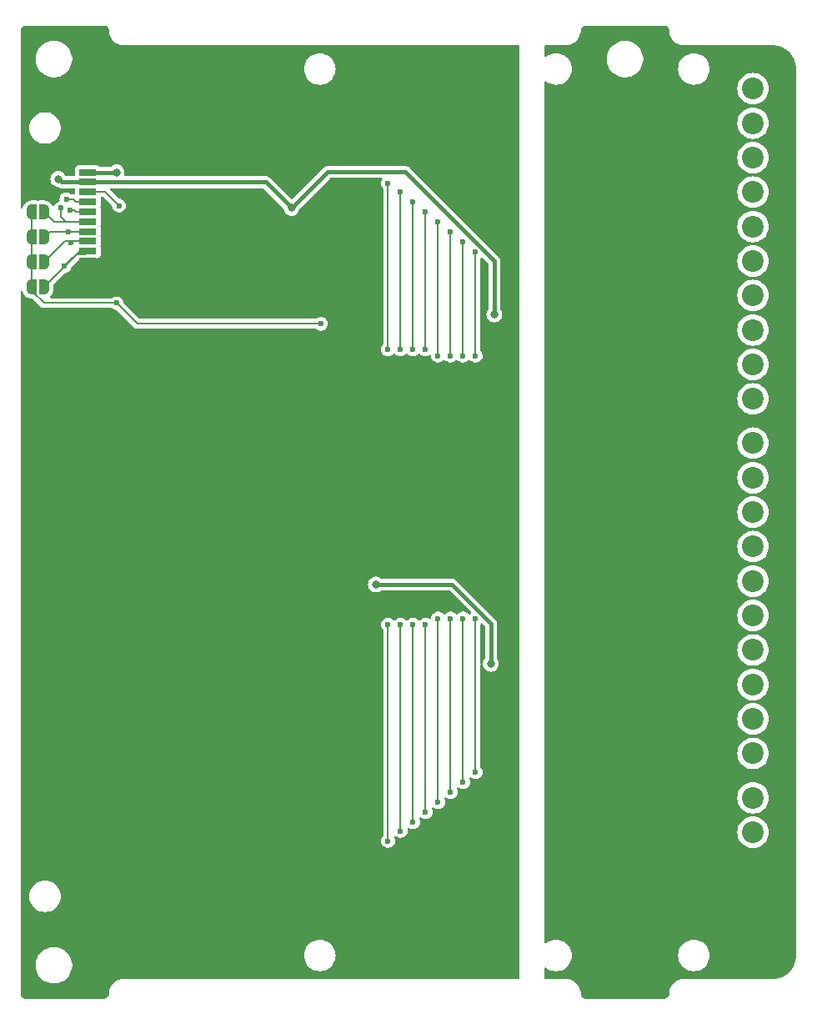
<source format=gbr>
%TF.GenerationSoftware,KiCad,Pcbnew,8.0.7-8.0.7-0~ubuntu24.04.1*%
%TF.CreationDate,2025-01-20T15:15:08+03:00*%
%TF.ProjectId,PM-DI16-sink,504d2d44-4931-4362-9d73-696e6b2e6b69,rev?*%
%TF.SameCoordinates,Original*%
%TF.FileFunction,Copper,L2,Bot*%
%TF.FilePolarity,Positive*%
%FSLAX46Y46*%
G04 Gerber Fmt 4.6, Leading zero omitted, Abs format (unit mm)*
G04 Created by KiCad (PCBNEW 8.0.7-8.0.7-0~ubuntu24.04.1) date 2025-01-20 15:15:08*
%MOMM*%
%LPD*%
G01*
G04 APERTURE LIST*
G04 Aperture macros list*
%AMFreePoly0*
4,1,19,0.500000,-0.750000,0.000000,-0.750000,0.000000,-0.744911,-0.071157,-0.744911,-0.207708,-0.704816,-0.327430,-0.627875,-0.420627,-0.520320,-0.479746,-0.390866,-0.500000,-0.250000,-0.500000,0.250000,-0.479746,0.390866,-0.420627,0.520320,-0.327430,0.627875,-0.207708,0.704816,-0.071157,0.744911,0.000000,0.744911,0.000000,0.750000,0.500000,0.750000,0.500000,-0.750000,0.500000,-0.750000,
$1*%
%AMFreePoly1*
4,1,19,0.000000,0.744911,0.071157,0.744911,0.207708,0.704816,0.327430,0.627875,0.420627,0.520320,0.479746,0.390866,0.500000,0.250000,0.500000,-0.250000,0.479746,-0.390866,0.420627,-0.520320,0.327430,-0.627875,0.207708,-0.704816,0.071157,-0.744911,0.000000,-0.744911,0.000000,-0.750000,-0.500000,-0.750000,-0.500000,0.750000,0.000000,0.750000,0.000000,0.744911,0.000000,0.744911,
$1*%
G04 Aperture macros list end*
%TA.AperFunction,ComponentPad*%
%ADD10C,2.200000*%
%TD*%
%TA.AperFunction,ComponentPad*%
%ADD11O,6.350000X6.350000*%
%TD*%
%TA.AperFunction,SMDPad,CuDef*%
%ADD12FreePoly0,180.000000*%
%TD*%
%TA.AperFunction,SMDPad,CuDef*%
%ADD13FreePoly1,180.000000*%
%TD*%
%TA.AperFunction,SMDPad,CuDef*%
%ADD14R,1.803400X0.635000*%
%TD*%
%TA.AperFunction,SMDPad,CuDef*%
%ADD15R,2.997200X2.590800*%
%TD*%
%TA.AperFunction,ViaPad*%
%ADD16C,0.600000*%
%TD*%
%TA.AperFunction,ViaPad*%
%ADD17C,0.800000*%
%TD*%
%TA.AperFunction,Conductor*%
%ADD18C,0.200000*%
%TD*%
%TA.AperFunction,Conductor*%
%ADD19C,0.400000*%
%TD*%
G04 APERTURE END LIST*
D10*
%TO.P,J6,1,Pin_1*%
%TO.N,/PE*%
X25000000Y-43000000D03*
%TO.P,J6,2,Pin_2*%
X25000000Y-39500000D03*
%TO.P,J6,3,Pin_3*%
X25000000Y-36000000D03*
%TO.P,J6,4,Pin_4*%
%TO.N,/M*%
X25000000Y-32500000D03*
%TO.P,J6,5,Pin_5*%
X25000000Y-29000000D03*
%TD*%
%TO.P,J4,1,Pin_1*%
%TO.N,/b.7_in*%
X25000000Y-24500000D03*
%TO.P,J4,2,Pin_2*%
%TO.N,/b.6_in*%
X25000000Y-21000000D03*
%TO.P,J4,3,Pin_3*%
%TO.N,/b.5_in*%
X25000000Y-17500000D03*
%TO.P,J4,4,Pin_4*%
%TO.N,/b.4_in*%
X25000000Y-14000000D03*
%TO.P,J4,5,Pin_5*%
%TO.N,/b.3_in*%
X25000000Y-10500000D03*
%TO.P,J4,6,Pin_6*%
%TO.N,/b.2_in*%
X25000000Y-7000000D03*
%TO.P,J4,7,Pin_7*%
%TO.N,/b.1_in*%
X25000000Y-3500000D03*
%TO.P,J4,8,Pin_8*%
%TO.N,/b.0_in*%
X25000000Y0D03*
%TO.P,J4,9,Pin_9*%
%TO.N,/M*%
X25000000Y3500000D03*
%TO.P,J4,10,Pin_10*%
X25000000Y7000000D03*
%TD*%
D11*
%TO.P,PE1,1*%
%TO.N,/PE*%
X12000000Y-46000000D03*
%TD*%
D10*
%TO.P,J3,1,Pin_1*%
%TO.N,/a.7_in*%
X25000000Y11500000D03*
%TO.P,J3,2,Pin_2*%
%TO.N,/a.6_in*%
X25000000Y15000000D03*
%TO.P,J3,3,Pin_3*%
%TO.N,/a.5_in*%
X25000000Y18500000D03*
%TO.P,J3,4,Pin_4*%
%TO.N,/a.4_in*%
X25000000Y22000000D03*
%TO.P,J3,5,Pin_5*%
%TO.N,/a.3_in*%
X25000000Y25500000D03*
%TO.P,J3,6,Pin_6*%
%TO.N,/a.2_in*%
X25000000Y29000000D03*
%TO.P,J3,7,Pin_7*%
%TO.N,/a.1_in*%
X25000000Y32500000D03*
%TO.P,J3,8,Pin_8*%
%TO.N,/a.0_in*%
X25000000Y36000000D03*
%TO.P,J3,9,Pin_9*%
%TO.N,/M*%
X25000000Y39500000D03*
%TO.P,J3,10,Pin_10*%
X25000000Y43000000D03*
%TD*%
D12*
%TO.P,JP4,1,A*%
%TO.N,/CS3*%
X-46975000Y22860000D03*
D13*
%TO.P,JP4,2,B*%
%TO.N,/CS*%
X-48275000Y22860000D03*
%TD*%
D12*
%TO.P,JP3,1,A*%
%TO.N,/CS2*%
X-46975000Y25400000D03*
D13*
%TO.P,JP3,2,B*%
%TO.N,/CS*%
X-48275000Y25400000D03*
%TD*%
D14*
%TO.P,J7,1,Pin_1*%
%TO.N,+5V*%
X-42556000Y34499991D03*
%TO.P,J7,2,Pin_2*%
%TO.N,+3.3V*%
X-42556000Y33499993D03*
%TO.P,J7,3,Pin_3*%
%TO.N,/MOSI*%
X-42556000Y32499995D03*
%TO.P,J7,4,Pin_4*%
%TO.N,/MISO*%
X-42556000Y31499997D03*
%TO.P,J7,5,Pin_5*%
%TO.N,/SCK*%
X-42556000Y30499999D03*
%TO.P,J7,6,Pin_6*%
%TO.N,/CS0*%
X-42556000Y29500001D03*
%TO.P,J7,7,Pin_7*%
%TO.N,/CS1*%
X-42556000Y28500003D03*
%TO.P,J7,8,Pin_8*%
%TO.N,/CS2*%
X-42556000Y27500005D03*
%TO.P,J7,9,Pin_9*%
%TO.N,/CS3*%
X-42556000Y26500007D03*
%TO.P,J7,10,Pin_10*%
%TO.N,GND*%
X-42556000Y25500009D03*
D15*
%TO.P,J7,11,Pin_11*%
X-40385999Y36850002D03*
X-40385999Y23149998D03*
%TD*%
D12*
%TO.P,JP2,1,A*%
%TO.N,/CS1*%
X-46975000Y27940000D03*
D13*
%TO.P,JP2,2,B*%
%TO.N,/CS*%
X-48275000Y27940000D03*
%TD*%
D12*
%TO.P,JP1,1,A*%
%TO.N,/CS0*%
X-46975000Y30480000D03*
D13*
%TO.P,JP1,2,B*%
%TO.N,/CS*%
X-48275000Y30480000D03*
%TD*%
D16*
%TO.N,/MOSI*%
X-39393800Y31118700D03*
%TO.N,/CS*%
X-18888500Y19118200D03*
X-39629500Y21221700D03*
%TO.N,/MISO*%
X-44724200Y31768300D03*
%TO.N,GND*%
X786526Y20637501D03*
X786526Y-14922499D03*
%TO.N,/SCK*%
X-44333300Y30698400D03*
D17*
%TO.N,+3.3V*%
X-13304500Y-7352600D03*
X-45555500Y33824200D03*
X-1626000Y-15398800D03*
X-1270000Y20067500D03*
X-21851500Y30883000D03*
%TO.N,+5V*%
X-39629500Y34497400D03*
D16*
%TO.N,/a.1*%
X-10795000Y16510000D03*
X-10795000Y32512000D03*
%TO.N,/a.3*%
X-8255000Y30480000D03*
X-8255000Y16510000D03*
%TO.N,/a.6*%
X-4445000Y27432000D03*
X-4445000Y15875000D03*
%TO.N,/a.5*%
X-5715000Y15875000D03*
X-5715000Y28448000D03*
%TO.N,/a.2*%
X-9525000Y16510000D03*
X-9525000Y31496000D03*
%TO.N,/a.4*%
X-6985000Y15875000D03*
X-6985000Y29464000D03*
%TO.N,/a.7*%
X-3175000Y15875000D03*
X-3175000Y26416000D03*
%TO.N,/b.3*%
X-6985000Y-29464000D03*
X-6985000Y-10795000D03*
%TO.N,/b.6*%
X-10795000Y-32385000D03*
X-10795000Y-11430000D03*
%TO.N,/b.4*%
X-8255000Y-30480000D03*
X-8255000Y-11430000D03*
%TO.N,/b.2*%
X-5715000Y-28448000D03*
X-5715000Y-10795000D03*
%TO.N,/b.5*%
X-9525000Y-11430000D03*
X-9525000Y-31496000D03*
%TO.N,/b.7*%
X-12065000Y-11430000D03*
X-12065000Y-33401000D03*
%TO.N,/a.0*%
X-12065000Y33401000D03*
X-12065000Y16510000D03*
%TO.N,/b.1*%
X-4445000Y-27432000D03*
X-4445000Y-10795000D03*
%TO.N,/b.0*%
X-3175000Y-26416000D03*
X-3175000Y-10795000D03*
%TO.N,/CS0*%
X-45274500Y30883000D03*
%TO.N,/CS1*%
X-44495200Y28500000D03*
%TO.N,/CS3*%
X-44944900Y24973900D03*
%TO.N,/CS2*%
X-44305300Y27335600D03*
%TD*%
D18*
%TO.N,/MOSI*%
X-39393800Y31118700D02*
X-40775100Y32500000D01*
X-40775100Y32500000D02*
X-42556000Y32500000D01*
%TO.N,/CS*%
X-48275000Y22467000D02*
X-47029700Y21221700D01*
X-18888500Y19118200D02*
X-37526000Y19118200D01*
X-47029700Y21221700D02*
X-39629500Y21221700D01*
X-48275000Y22860000D02*
X-48275000Y22467000D01*
X-37526000Y19118200D02*
X-39629500Y21221700D01*
X-48275000Y30480000D02*
X-48275000Y22860000D01*
%TO.N,/MISO*%
X-42556000Y31500000D02*
X-43759400Y31500000D01*
X-44724200Y31768300D02*
X-44027700Y31768300D01*
X-44027700Y31768300D02*
X-43759400Y31500000D01*
%TO.N,/SCK*%
X-42556000Y30500000D02*
X-43759400Y30500000D01*
X-44333300Y30698400D02*
X-43957800Y30698400D01*
X-43957800Y30698400D02*
X-43759400Y30500000D01*
D19*
%TO.N,+3.3V*%
X-1626000Y-11301100D02*
X-5574500Y-7352600D01*
X-1270000Y25500950D02*
X-10313050Y34544000D01*
X-5574500Y-7352600D02*
X-13304500Y-7352600D01*
X-1626000Y-15398800D02*
X-1626000Y-11301100D01*
X-24468500Y33500000D02*
X-42556000Y33500000D01*
X-10313050Y34544000D02*
X-18190500Y34544000D01*
X-45231300Y33500000D02*
X-42556000Y33500000D01*
X-45555500Y33824200D02*
X-45231300Y33500000D01*
X-21851500Y30883000D02*
X-24468500Y33500000D01*
X-1270000Y20067500D02*
X-1270000Y25500950D01*
X-18190500Y34544000D02*
X-21851500Y30883000D01*
%TO.N,+5V*%
X-41250000Y34497400D02*
X-41252600Y34500000D01*
X-42556000Y34500000D02*
X-41252600Y34500000D01*
X-39629500Y34497400D02*
X-41250000Y34497400D01*
D18*
%TO.N,/a.1*%
X-10795000Y32512000D02*
X-10795000Y16510000D01*
%TO.N,/a.3*%
X-8255000Y30480000D02*
X-8255000Y16510000D01*
%TO.N,/a.6*%
X-4445000Y27432000D02*
X-4445000Y15875000D01*
%TO.N,/a.5*%
X-5715000Y28448000D02*
X-5715000Y15875000D01*
%TO.N,/a.2*%
X-9525000Y31496000D02*
X-9525000Y16510000D01*
%TO.N,/a.4*%
X-6985000Y29464000D02*
X-6985000Y15875000D01*
%TO.N,/a.7*%
X-3175000Y26416000D02*
X-3175000Y15875000D01*
%TO.N,/b.3*%
X-6985000Y-29464000D02*
X-6985000Y-10795000D01*
%TO.N,/b.6*%
X-10795000Y-32385000D02*
X-10795000Y-11430000D01*
%TO.N,/b.4*%
X-8255000Y-30480000D02*
X-8255000Y-11430000D01*
%TO.N,/b.2*%
X-5715000Y-28448000D02*
X-5715000Y-10795000D01*
%TO.N,/b.5*%
X-9525000Y-31496000D02*
X-9525000Y-11430000D01*
%TO.N,/b.7*%
X-12065000Y-33401000D02*
X-12065000Y-11430000D01*
%TO.N,/a.0*%
X-12065000Y33401000D02*
X-12065000Y16510000D01*
%TO.N,/b.1*%
X-4445000Y-27432000D02*
X-4445000Y-10795000D01*
%TO.N,/b.0*%
X-3175000Y-26416000D02*
X-3175000Y-10795000D01*
%TO.N,/CS0*%
X-46975000Y30480000D02*
X-45995001Y29500001D01*
X-45995001Y29500001D02*
X-42556000Y29500001D01*
X-44776300Y29500000D02*
X-45274500Y29998200D01*
X-45274500Y29998200D02*
X-45274500Y30883000D01*
%TO.N,/CS1*%
X-46414997Y28500003D02*
X-42556000Y28500003D01*
X-46975000Y27940000D02*
X-46414997Y28500003D01*
%TO.N,/CS3*%
X-42847200Y26208800D02*
X-42556000Y26500000D01*
X-44944900Y24973900D02*
X-44001300Y25917500D01*
X-43626200Y26208800D02*
X-42847200Y26208800D01*
X-46975000Y22860000D02*
X-43334993Y26500007D01*
X-44001300Y25917500D02*
X-43917500Y25917500D01*
%TO.N,/CS2*%
X-44140900Y27500000D02*
X-44305300Y27335600D01*
X-44874995Y27500005D02*
X-42556000Y27500005D01*
X-46975000Y25400000D02*
X-44874995Y27500005D01*
%TD*%
%TA.AperFunction,Conductor*%
%TO.N,GND*%
G36*
X-40893078Y49398720D02*
G01*
X-40802734Y49388541D01*
X-40775669Y49382364D01*
X-40696460Y49354648D01*
X-40671447Y49342602D01*
X-40600394Y49297957D01*
X-40578687Y49280645D01*
X-40519356Y49221314D01*
X-40502043Y49199605D01*
X-40457400Y49128556D01*
X-40445352Y49103538D01*
X-40417638Y49024334D01*
X-40411460Y48997265D01*
X-40401280Y48906924D01*
X-40400500Y48893039D01*
X-40400500Y48792683D01*
X-40369956Y48580236D01*
X-40369953Y48580226D01*
X-40309483Y48374285D01*
X-40220328Y48179062D01*
X-40220321Y48179049D01*
X-40104280Y47998486D01*
X-39963725Y47836276D01*
X-39943600Y47818838D01*
X-39801513Y47695719D01*
X-39672469Y47612789D01*
X-39620952Y47579680D01*
X-39620939Y47579673D01*
X-39425716Y47490518D01*
X-39425712Y47490517D01*
X-39425710Y47490516D01*
X-39219769Y47430046D01*
X-39219768Y47430046D01*
X-39219765Y47430045D01*
X-39156416Y47420938D01*
X-39007318Y47399500D01*
X-39007317Y47399500D01*
X1146000Y47399500D01*
X1213039Y47379815D01*
X1258794Y47327011D01*
X1270000Y47275500D01*
X1270000Y-47275500D01*
X1250315Y-47342539D01*
X1197511Y-47388294D01*
X1146000Y-47399500D01*
X-39007318Y-47399500D01*
X-39219765Y-47430044D01*
X-39219775Y-47430047D01*
X-39425716Y-47490517D01*
X-39620939Y-47579672D01*
X-39620952Y-47579679D01*
X-39801515Y-47695720D01*
X-39963725Y-47836275D01*
X-40104280Y-47998485D01*
X-40220321Y-48179048D01*
X-40220328Y-48179061D01*
X-40309483Y-48374284D01*
X-40369953Y-48580225D01*
X-40369956Y-48580235D01*
X-40400500Y-48792682D01*
X-40400500Y-48893038D01*
X-40401280Y-48906923D01*
X-40411460Y-48997264D01*
X-40417638Y-49024333D01*
X-40445352Y-49103537D01*
X-40457400Y-49128555D01*
X-40502043Y-49199604D01*
X-40519356Y-49221313D01*
X-40578687Y-49280644D01*
X-40600396Y-49297957D01*
X-40671445Y-49342600D01*
X-40696463Y-49354648D01*
X-40775667Y-49382362D01*
X-40802736Y-49388540D01*
X-40882925Y-49397576D01*
X-40893079Y-49398720D01*
X-40906962Y-49399500D01*
X-48893038Y-49399500D01*
X-48906922Y-49398720D01*
X-48919447Y-49397308D01*
X-48997265Y-49388540D01*
X-49024334Y-49382362D01*
X-49103538Y-49354648D01*
X-49128556Y-49342600D01*
X-49199605Y-49297957D01*
X-49221314Y-49280644D01*
X-49280645Y-49221313D01*
X-49297958Y-49199604D01*
X-49342601Y-49128555D01*
X-49354649Y-49103537D01*
X-49382363Y-49024333D01*
X-49388541Y-48997263D01*
X-49398720Y-48906922D01*
X-49399500Y-48893038D01*
X-49399500Y-45878711D01*
X-47850500Y-45878711D01*
X-47850500Y-46121288D01*
X-47818839Y-46361785D01*
X-47756053Y-46596104D01*
X-47752182Y-46605449D01*
X-47663224Y-46820212D01*
X-47541936Y-47030289D01*
X-47541934Y-47030292D01*
X-47541933Y-47030293D01*
X-47394267Y-47222736D01*
X-47394261Y-47222743D01*
X-47222744Y-47394260D01*
X-47222738Y-47394265D01*
X-47030289Y-47541936D01*
X-46820212Y-47663224D01*
X-46596100Y-47756054D01*
X-46361789Y-47818838D01*
X-46181414Y-47842584D01*
X-46121289Y-47850500D01*
X-46121288Y-47850500D01*
X-45878711Y-47850500D01*
X-45830612Y-47844167D01*
X-45638211Y-47818838D01*
X-45403900Y-47756054D01*
X-45179788Y-47663224D01*
X-44969711Y-47541936D01*
X-44777262Y-47394265D01*
X-44605735Y-47222738D01*
X-44458064Y-47030289D01*
X-44336776Y-46820212D01*
X-44243946Y-46596100D01*
X-44181162Y-46361789D01*
X-44149500Y-46121288D01*
X-44149500Y-45878712D01*
X-44181162Y-45638211D01*
X-44243946Y-45403900D01*
X-44336776Y-45179788D01*
X-44440577Y-45000000D01*
X-20605449Y-45000000D01*
X-20585683Y-45251151D01*
X-20526874Y-45496110D01*
X-20430467Y-45728859D01*
X-20298840Y-45943653D01*
X-20298839Y-45943656D01*
X-20298836Y-45943659D01*
X-20135224Y-46135224D01*
X-19986934Y-46261875D01*
X-19943657Y-46298838D01*
X-19943654Y-46298839D01*
X-19728860Y-46430466D01*
X-19496111Y-46526873D01*
X-19251148Y-46585683D01*
X-19000000Y-46605449D01*
X-18748852Y-46585683D01*
X-18503889Y-46526873D01*
X-18271141Y-46430466D01*
X-18056341Y-46298836D01*
X-17864776Y-46135224D01*
X-17701164Y-45943659D01*
X-17569534Y-45728859D01*
X-17473127Y-45496111D01*
X-17414317Y-45251148D01*
X-17394551Y-45000000D01*
X-17414317Y-44748852D01*
X-17473127Y-44503889D01*
X-17515952Y-44400500D01*
X-17569534Y-44271140D01*
X-17701161Y-44056346D01*
X-17701162Y-44056343D01*
X-17738125Y-44013066D01*
X-17864776Y-43864776D01*
X-17991429Y-43756604D01*
X-18056344Y-43701161D01*
X-18056347Y-43701160D01*
X-18271141Y-43569533D01*
X-18503890Y-43473126D01*
X-18748849Y-43414317D01*
X-19000000Y-43394551D01*
X-19251152Y-43414317D01*
X-19496111Y-43473126D01*
X-19728860Y-43569533D01*
X-19943654Y-43701160D01*
X-19943657Y-43701161D01*
X-20135224Y-43864776D01*
X-20298839Y-44056343D01*
X-20298840Y-44056346D01*
X-20430467Y-44271140D01*
X-20526874Y-44503889D01*
X-20585683Y-44748848D01*
X-20605449Y-45000000D01*
X-44440577Y-45000000D01*
X-44458064Y-44969711D01*
X-44605735Y-44777262D01*
X-44605740Y-44777256D01*
X-44777257Y-44605739D01*
X-44777264Y-44605733D01*
X-44969707Y-44458067D01*
X-44969708Y-44458066D01*
X-44969711Y-44458064D01*
X-45179788Y-44336776D01*
X-45179795Y-44336773D01*
X-45403896Y-44243947D01*
X-45638215Y-44181161D01*
X-45878711Y-44149500D01*
X-45878712Y-44149500D01*
X-46121288Y-44149500D01*
X-46121289Y-44149500D01*
X-46361786Y-44181161D01*
X-46596105Y-44243947D01*
X-46820206Y-44336773D01*
X-46820215Y-44336777D01*
X-47030294Y-44458067D01*
X-47222737Y-44605733D01*
X-47222744Y-44605739D01*
X-47394261Y-44777256D01*
X-47394267Y-44777263D01*
X-47541933Y-44969706D01*
X-47663223Y-45179785D01*
X-47663227Y-45179794D01*
X-47756053Y-45403895D01*
X-47818839Y-45638214D01*
X-47850500Y-45878711D01*
X-49399500Y-45878711D01*
X-49399500Y-39000000D01*
X-48505449Y-39000000D01*
X-48485683Y-39251151D01*
X-48426874Y-39496110D01*
X-48330467Y-39728859D01*
X-48198840Y-39943653D01*
X-48198839Y-39943656D01*
X-48198836Y-39943659D01*
X-48035224Y-40135224D01*
X-47886934Y-40261875D01*
X-47843657Y-40298838D01*
X-47843654Y-40298839D01*
X-47628860Y-40430466D01*
X-47396111Y-40526873D01*
X-47151148Y-40585683D01*
X-46900000Y-40605449D01*
X-46648852Y-40585683D01*
X-46403889Y-40526873D01*
X-46171141Y-40430466D01*
X-45956341Y-40298836D01*
X-45764776Y-40135224D01*
X-45601164Y-39943659D01*
X-45469534Y-39728859D01*
X-45373127Y-39496111D01*
X-45314317Y-39251148D01*
X-45294551Y-39000000D01*
X-45314317Y-38748852D01*
X-45373127Y-38503889D01*
X-45469534Y-38271141D01*
X-45469534Y-38271140D01*
X-45601161Y-38056346D01*
X-45601162Y-38056343D01*
X-45638125Y-38013066D01*
X-45764776Y-37864776D01*
X-45891429Y-37756604D01*
X-45956344Y-37701161D01*
X-45956347Y-37701160D01*
X-46171141Y-37569533D01*
X-46403890Y-37473126D01*
X-46648849Y-37414317D01*
X-46900000Y-37394551D01*
X-47151152Y-37414317D01*
X-47396111Y-37473126D01*
X-47628860Y-37569533D01*
X-47843654Y-37701160D01*
X-47843657Y-37701161D01*
X-48035224Y-37864776D01*
X-48198839Y-38056343D01*
X-48198840Y-38056346D01*
X-48330467Y-38271140D01*
X-48426874Y-38503889D01*
X-48485683Y-38748848D01*
X-48505449Y-39000000D01*
X-49399500Y-39000000D01*
X-49399500Y-7352596D01*
X-14110065Y-7352596D01*
X-14110065Y-7352603D01*
X-14089870Y-7531849D01*
X-14089869Y-7531854D01*
X-14030289Y-7702123D01*
X-13934316Y-7854862D01*
X-13806762Y-7982416D01*
X-13654022Y-8078389D01*
X-13483755Y-8137968D01*
X-13483750Y-8137969D01*
X-13304504Y-8158165D01*
X-13304500Y-8158165D01*
X-13304496Y-8158165D01*
X-13125251Y-8137969D01*
X-13125248Y-8137968D01*
X-13125245Y-8137968D01*
X-12954978Y-8078389D01*
X-12802238Y-7982416D01*
X-12802233Y-7982410D01*
X-12799403Y-7980155D01*
X-12797225Y-7979265D01*
X-12796342Y-7978711D01*
X-12796245Y-7978865D01*
X-12734717Y-7953745D01*
X-12722088Y-7953100D01*
X-5874597Y-7953100D01*
X-5807558Y-7972785D01*
X-5786916Y-7989419D01*
X-3661690Y-10114645D01*
X-3628205Y-10175968D01*
X-3633189Y-10245660D01*
X-3667142Y-10295139D01*
X-3703181Y-10327068D01*
X-3703183Y-10327070D01*
X-3707951Y-10333978D01*
X-3762234Y-10377968D01*
X-3831683Y-10385627D01*
X-3894247Y-10354523D01*
X-3912049Y-10333978D01*
X-3916816Y-10327072D01*
X-3916821Y-10327068D01*
X-4044148Y-10214266D01*
X-4044151Y-10214263D01*
X-4194774Y-10135210D01*
X-4359944Y-10094500D01*
X-4530056Y-10094500D01*
X-4695227Y-10135210D01*
X-4845850Y-10214263D01*
X-4973185Y-10327072D01*
X-4977951Y-10333978D01*
X-5032234Y-10377968D01*
X-5101683Y-10385627D01*
X-5164247Y-10354523D01*
X-5182049Y-10333978D01*
X-5186816Y-10327072D01*
X-5186821Y-10327068D01*
X-5314148Y-10214266D01*
X-5314151Y-10214263D01*
X-5464774Y-10135210D01*
X-5629944Y-10094500D01*
X-5800056Y-10094500D01*
X-5965227Y-10135210D01*
X-6115850Y-10214263D01*
X-6243185Y-10327072D01*
X-6247951Y-10333978D01*
X-6302234Y-10377968D01*
X-6371683Y-10385627D01*
X-6434247Y-10354523D01*
X-6452049Y-10333978D01*
X-6456816Y-10327072D01*
X-6456821Y-10327068D01*
X-6584148Y-10214266D01*
X-6584151Y-10214263D01*
X-6734774Y-10135210D01*
X-6899944Y-10094500D01*
X-7070056Y-10094500D01*
X-7235227Y-10135210D01*
X-7385850Y-10214263D01*
X-7477139Y-10295139D01*
X-7513179Y-10327068D01*
X-7513184Y-10327072D01*
X-7609818Y-10467068D01*
X-7670140Y-10626125D01*
X-7670141Y-10626131D01*
X-7684981Y-10748352D01*
X-7712603Y-10812530D01*
X-7770537Y-10851586D01*
X-7840390Y-10853121D01*
X-7865703Y-10843201D01*
X-8004774Y-10770210D01*
X-8169944Y-10729500D01*
X-8340056Y-10729500D01*
X-8505227Y-10770210D01*
X-8655850Y-10849263D01*
X-8783185Y-10962072D01*
X-8787951Y-10968978D01*
X-8842234Y-11012968D01*
X-8911683Y-11020627D01*
X-8974247Y-10989523D01*
X-8992049Y-10968978D01*
X-8996816Y-10962072D01*
X-9124151Y-10849263D01*
X-9274774Y-10770210D01*
X-9439944Y-10729500D01*
X-9610056Y-10729500D01*
X-9775227Y-10770210D01*
X-9925850Y-10849263D01*
X-10053185Y-10962072D01*
X-10057951Y-10968978D01*
X-10112234Y-11012968D01*
X-10181683Y-11020627D01*
X-10244247Y-10989523D01*
X-10262049Y-10968978D01*
X-10266816Y-10962072D01*
X-10394151Y-10849263D01*
X-10544774Y-10770210D01*
X-10709944Y-10729500D01*
X-10880056Y-10729500D01*
X-11045227Y-10770210D01*
X-11195850Y-10849263D01*
X-11323185Y-10962072D01*
X-11327951Y-10968978D01*
X-11382234Y-11012968D01*
X-11451683Y-11020627D01*
X-11514247Y-10989523D01*
X-11532049Y-10968978D01*
X-11536816Y-10962072D01*
X-11664151Y-10849263D01*
X-11814774Y-10770210D01*
X-11979944Y-10729500D01*
X-12150056Y-10729500D01*
X-12315227Y-10770210D01*
X-12465850Y-10849263D01*
X-12593184Y-10962072D01*
X-12689818Y-11102068D01*
X-12750140Y-11261125D01*
X-12750141Y-11261130D01*
X-12770645Y-11430000D01*
X-12750141Y-11598869D01*
X-12750140Y-11598874D01*
X-12689818Y-11757931D01*
X-12588922Y-11904103D01*
X-12591193Y-11905670D01*
X-12566966Y-11957190D01*
X-12565500Y-11976204D01*
X-12565500Y-32854796D01*
X-12585185Y-32921835D01*
X-12588985Y-32926854D01*
X-12588922Y-32926898D01*
X-12689818Y-33073068D01*
X-12750140Y-33232125D01*
X-12750141Y-33232130D01*
X-12770645Y-33401000D01*
X-12750141Y-33569869D01*
X-12750140Y-33569874D01*
X-12689818Y-33728931D01*
X-12627525Y-33819177D01*
X-12593183Y-33868929D01*
X-12487495Y-33962560D01*
X-12465850Y-33981736D01*
X-12315227Y-34060789D01*
X-12315225Y-34060790D01*
X-12150056Y-34101500D01*
X-11979944Y-34101500D01*
X-11814775Y-34060790D01*
X-11735308Y-34019081D01*
X-11664151Y-33981736D01*
X-11664150Y-33981734D01*
X-11664148Y-33981734D01*
X-11536817Y-33868929D01*
X-11440182Y-33728930D01*
X-11379860Y-33569872D01*
X-11359355Y-33401000D01*
X-11379860Y-33232128D01*
X-11440182Y-33073070D01*
X-11440184Y-33073067D01*
X-11443357Y-33067020D01*
X-11457079Y-32998511D01*
X-11431584Y-32933459D01*
X-11374967Y-32892517D01*
X-11305202Y-32888685D01*
X-11251331Y-32916584D01*
X-11195853Y-32965733D01*
X-11195851Y-32965735D01*
X-11045227Y-33044789D01*
X-11045225Y-33044790D01*
X-10880056Y-33085500D01*
X-10709944Y-33085500D01*
X-10544775Y-33044790D01*
X-10456599Y-32998511D01*
X-10394151Y-32965736D01*
X-10394150Y-32965734D01*
X-10394148Y-32965734D01*
X-10266817Y-32852929D01*
X-10170182Y-32712930D01*
X-10109860Y-32553872D01*
X-10089355Y-32385000D01*
X-10109860Y-32216128D01*
X-10110738Y-32212566D01*
X-10110620Y-32209872D01*
X-10110764Y-32208683D01*
X-10110567Y-32208658D01*
X-10107669Y-32142763D01*
X-10067349Y-32085701D01*
X-10002579Y-32059496D01*
X-9933924Y-32072468D01*
X-9932524Y-32073306D01*
X-9932493Y-32073249D01*
X-9800046Y-32142763D01*
X-9775225Y-32155790D01*
X-9610056Y-32196500D01*
X-9439944Y-32196500D01*
X-9274775Y-32155790D01*
X-9195308Y-32114081D01*
X-9124151Y-32076736D01*
X-9124150Y-32076734D01*
X-9124148Y-32076734D01*
X-8996817Y-31963929D01*
X-8900182Y-31823930D01*
X-8839860Y-31664872D01*
X-8819355Y-31496000D01*
X-8839860Y-31327128D01*
X-8900182Y-31168070D01*
X-8900184Y-31168067D01*
X-8903357Y-31162020D01*
X-8917079Y-31093511D01*
X-8891584Y-31028459D01*
X-8834967Y-30987517D01*
X-8765202Y-30983685D01*
X-8711331Y-31011584D01*
X-8655853Y-31060733D01*
X-8655851Y-31060735D01*
X-8592129Y-31094179D01*
X-8505225Y-31139790D01*
X-8340056Y-31180500D01*
X-8169944Y-31180500D01*
X-8004775Y-31139790D01*
X-7873199Y-31070733D01*
X-7854151Y-31060736D01*
X-7854150Y-31060734D01*
X-7854148Y-31060734D01*
X-7726817Y-30947929D01*
X-7630182Y-30807930D01*
X-7569860Y-30648872D01*
X-7549355Y-30480000D01*
X-7569860Y-30311128D01*
X-7630182Y-30152070D01*
X-7630184Y-30152067D01*
X-7633357Y-30146020D01*
X-7647079Y-30077511D01*
X-7621584Y-30012459D01*
X-7564967Y-29971517D01*
X-7495202Y-29967685D01*
X-7441331Y-29995584D01*
X-7385853Y-30044733D01*
X-7385851Y-30044735D01*
X-7322129Y-30078179D01*
X-7235225Y-30123790D01*
X-7070056Y-30164500D01*
X-6899944Y-30164500D01*
X-6734775Y-30123790D01*
X-6603199Y-30054733D01*
X-6584151Y-30044736D01*
X-6584150Y-30044734D01*
X-6584148Y-30044734D01*
X-6456817Y-29931929D01*
X-6360182Y-29791930D01*
X-6299860Y-29632872D01*
X-6279355Y-29464000D01*
X-6299860Y-29295128D01*
X-6360182Y-29136070D01*
X-6360184Y-29136067D01*
X-6363357Y-29130020D01*
X-6377079Y-29061511D01*
X-6351584Y-28996459D01*
X-6294967Y-28955517D01*
X-6225202Y-28951685D01*
X-6171331Y-28979584D01*
X-6115853Y-29028733D01*
X-6115851Y-29028735D01*
X-6052129Y-29062179D01*
X-5965225Y-29107790D01*
X-5800056Y-29148500D01*
X-5629944Y-29148500D01*
X-5464775Y-29107790D01*
X-5333199Y-29038733D01*
X-5314151Y-29028736D01*
X-5314150Y-29028734D01*
X-5314148Y-29028734D01*
X-5186817Y-28915929D01*
X-5090182Y-28775930D01*
X-5029860Y-28616872D01*
X-5009355Y-28448000D01*
X-5029860Y-28279128D01*
X-5090182Y-28120070D01*
X-5090184Y-28120067D01*
X-5093357Y-28114020D01*
X-5107079Y-28045511D01*
X-5081584Y-27980459D01*
X-5024967Y-27939517D01*
X-4955202Y-27935685D01*
X-4901331Y-27963584D01*
X-4845853Y-28012733D01*
X-4845851Y-28012735D01*
X-4782129Y-28046179D01*
X-4695225Y-28091790D01*
X-4530056Y-28132500D01*
X-4359944Y-28132500D01*
X-4194775Y-28091790D01*
X-4063199Y-28022733D01*
X-4044151Y-28012736D01*
X-4044150Y-28012734D01*
X-4044148Y-28012734D01*
X-3916817Y-27899929D01*
X-3820182Y-27759930D01*
X-3759860Y-27600872D01*
X-3739355Y-27432000D01*
X-3759860Y-27263128D01*
X-3820182Y-27104070D01*
X-3820184Y-27104067D01*
X-3823357Y-27098020D01*
X-3837079Y-27029511D01*
X-3811584Y-26964459D01*
X-3754967Y-26923517D01*
X-3685202Y-26919685D01*
X-3631331Y-26947584D01*
X-3575853Y-26996733D01*
X-3575851Y-26996735D01*
X-3512129Y-27030179D01*
X-3425225Y-27075790D01*
X-3260056Y-27116500D01*
X-3089944Y-27116500D01*
X-2924775Y-27075790D01*
X-2793199Y-27006733D01*
X-2774151Y-26996736D01*
X-2774150Y-26996734D01*
X-2774148Y-26996734D01*
X-2646817Y-26883929D01*
X-2550182Y-26743930D01*
X-2489860Y-26584872D01*
X-2469355Y-26416000D01*
X-2489860Y-26247128D01*
X-2550182Y-26088070D01*
X-2595900Y-26021837D01*
X-2651078Y-25941898D01*
X-2648814Y-25940334D01*
X-2673039Y-25888774D01*
X-2674500Y-25869796D01*
X-2674500Y-15450718D01*
X-2658622Y-15396641D01*
X-2672640Y-15368275D01*
X-2674500Y-15346881D01*
X-2674500Y-11401197D01*
X-2654815Y-11334158D01*
X-2602011Y-11288403D01*
X-2532853Y-11278459D01*
X-2469297Y-11307484D01*
X-2462819Y-11313516D01*
X-2262819Y-11513516D01*
X-2229334Y-11574839D01*
X-2226500Y-11601197D01*
X-2226500Y-14816387D01*
X-2246185Y-14883426D01*
X-2253550Y-14893696D01*
X-2255814Y-14896534D01*
X-2351789Y-15049276D01*
X-2411369Y-15219545D01*
X-2411370Y-15219550D01*
X-2427280Y-15360764D01*
X-2442937Y-15398023D01*
X-2431523Y-15415783D01*
X-2427280Y-15436835D01*
X-2411370Y-15578049D01*
X-2411369Y-15578054D01*
X-2351789Y-15748323D01*
X-2255816Y-15901062D01*
X-2128262Y-16028616D01*
X-1975522Y-16124589D01*
X-1805255Y-16184168D01*
X-1805250Y-16184169D01*
X-1626004Y-16204365D01*
X-1626000Y-16204365D01*
X-1625996Y-16204365D01*
X-1446751Y-16184169D01*
X-1446748Y-16184168D01*
X-1446745Y-16184168D01*
X-1276478Y-16124589D01*
X-1123738Y-16028616D01*
X-996184Y-15901062D01*
X-900211Y-15748322D01*
X-840632Y-15578055D01*
X-840631Y-15578049D01*
X-820435Y-15398803D01*
X-820435Y-15398796D01*
X-840631Y-15219550D01*
X-840632Y-15219545D01*
X-900212Y-15049276D01*
X-996187Y-14896534D01*
X-998450Y-14893696D01*
X-999341Y-14891515D01*
X-999889Y-14890642D01*
X-999736Y-14890545D01*
X-1024856Y-14829009D01*
X-1025500Y-14816387D01*
X-1025500Y-11222045D01*
X-1025501Y-11222041D01*
X-1052122Y-11122686D01*
X-1066423Y-11069315D01*
X-1127301Y-10963872D01*
X-1145480Y-10932384D01*
X-1257284Y-10820580D01*
X-1257285Y-10820579D01*
X-1261615Y-10816249D01*
X-1261626Y-10816239D01*
X-5086910Y-6990955D01*
X-5086912Y-6990952D01*
X-5205783Y-6872081D01*
X-5205784Y-6872080D01*
X-5292596Y-6821960D01*
X-5292596Y-6821959D01*
X-5292600Y-6821958D01*
X-5342715Y-6793023D01*
X-5495443Y-6752099D01*
X-5653557Y-6752099D01*
X-5661153Y-6752099D01*
X-5661169Y-6752100D01*
X-12722088Y-6752100D01*
X-12789127Y-6732415D01*
X-12799403Y-6725045D01*
X-12802237Y-6722785D01*
X-12802238Y-6722784D01*
X-12859004Y-6687115D01*
X-12954977Y-6626811D01*
X-13125246Y-6567231D01*
X-13125251Y-6567230D01*
X-13304496Y-6547035D01*
X-13304504Y-6547035D01*
X-13483750Y-6567230D01*
X-13483755Y-6567231D01*
X-13654024Y-6626811D01*
X-13806763Y-6722784D01*
X-13934316Y-6850337D01*
X-14030289Y-7003076D01*
X-14089869Y-7173345D01*
X-14089870Y-7173350D01*
X-14110065Y-7352596D01*
X-49399500Y-7352596D01*
X-49399500Y22359613D01*
X-49379815Y22426652D01*
X-49327011Y22472407D01*
X-49257853Y22482351D01*
X-49194297Y22453326D01*
X-49156523Y22394549D01*
X-49128536Y22299236D01*
X-49128531Y22299222D01*
X-49068814Y22168460D01*
X-49068805Y22168444D01*
X-49006413Y22071361D01*
X-49006402Y22071345D01*
X-48912258Y21962697D01*
X-48912255Y21962694D01*
X-48825035Y21887116D01*
X-48825027Y21887110D01*
X-48704079Y21809381D01*
X-48704073Y21809378D01*
X-48599086Y21761432D01*
X-48461131Y21720925D01*
X-48346889Y21704500D01*
X-48271676Y21704500D01*
X-48204637Y21684815D01*
X-48183995Y21668181D01*
X-47337014Y20821200D01*
X-47222886Y20755308D01*
X-47095593Y20721200D01*
X-47095592Y20721200D01*
X-40167945Y20721200D01*
X-40100906Y20701515D01*
X-40085721Y20690018D01*
X-40030352Y20640966D01*
X-40030350Y20640965D01*
X-39900101Y20572604D01*
X-39879725Y20561910D01*
X-39714556Y20521200D01*
X-39688176Y20521200D01*
X-39621137Y20501515D01*
X-39600495Y20484881D01*
X-37930841Y18815228D01*
X-37930831Y18815217D01*
X-37926501Y18810887D01*
X-37926500Y18810886D01*
X-37833314Y18717700D01*
X-37719186Y18651808D01*
X-37591893Y18617700D01*
X-37591892Y18617700D01*
X-19426945Y18617700D01*
X-19359906Y18598015D01*
X-19344721Y18586518D01*
X-19289352Y18537466D01*
X-19138725Y18458410D01*
X-18973556Y18417700D01*
X-18803444Y18417700D01*
X-18638275Y18458410D01*
X-18558808Y18500119D01*
X-18487651Y18537464D01*
X-18487650Y18537466D01*
X-18487648Y18537466D01*
X-18360317Y18650271D01*
X-18263682Y18790270D01*
X-18203360Y18949328D01*
X-18182855Y19118200D01*
X-18203360Y19287072D01*
X-18263682Y19446130D01*
X-18360317Y19586129D01*
X-18487648Y19698934D01*
X-18487651Y19698937D01*
X-18638274Y19777990D01*
X-18803444Y19818700D01*
X-18973556Y19818700D01*
X-19138727Y19777990D01*
X-19289350Y19698936D01*
X-19344718Y19649884D01*
X-19407951Y19620163D01*
X-19426945Y19618700D01*
X-37267325Y19618700D01*
X-37334364Y19638385D01*
X-37355006Y19655019D01*
X-38893898Y21193912D01*
X-38927383Y21255235D01*
X-38929313Y21266647D01*
X-38944360Y21390569D01*
X-38944361Y21390575D01*
X-39004683Y21549632D01*
X-39039024Y21599382D01*
X-39101317Y21689629D01*
X-39196184Y21773674D01*
X-39228651Y21802437D01*
X-39379274Y21881490D01*
X-39544444Y21922200D01*
X-39714556Y21922200D01*
X-39879727Y21881490D01*
X-40030350Y21802436D01*
X-40085718Y21753384D01*
X-40148951Y21723663D01*
X-40167945Y21722200D01*
X-46282833Y21722200D01*
X-46349872Y21741885D01*
X-46395627Y21794689D01*
X-46405571Y21863847D01*
X-46376546Y21927403D01*
X-46364037Y21939912D01*
X-46337744Y21962695D01*
X-46268647Y22042439D01*
X-46243599Y22071345D01*
X-46243597Y22071348D01*
X-46243590Y22071356D01*
X-46181193Y22168448D01*
X-46181190Y22168456D01*
X-46181187Y22168460D01*
X-46121470Y22299222D01*
X-46121470Y22299223D01*
X-46121465Y22299233D01*
X-46088947Y22409976D01*
X-46068485Y22552291D01*
X-46068485Y22667708D01*
X-46068486Y22667712D01*
X-46068801Y22672121D01*
X-46068678Y22672130D01*
X-46069500Y22683635D01*
X-46069500Y23006326D01*
X-46049815Y23073365D01*
X-46033186Y23094002D01*
X-44876248Y24250941D01*
X-44818246Y24283654D01*
X-44694675Y24314110D01*
X-44544048Y24393166D01*
X-44416717Y24505971D01*
X-44320082Y24645970D01*
X-44259760Y24805028D01*
X-44256295Y24833573D01*
X-44228676Y24897750D01*
X-44220891Y24906298D01*
X-43610188Y25516999D01*
X-43610186Y25517000D01*
X-43517000Y25610186D01*
X-43516999Y25610188D01*
X-43455205Y25671982D01*
X-43393882Y25705466D01*
X-43367525Y25708300D01*
X-42781310Y25708300D01*
X-42781308Y25708300D01*
X-42654014Y25742408D01*
X-42614200Y25765395D01*
X-42552199Y25782008D01*
X-41622783Y25782008D01*
X-41622782Y25782008D01*
X-41528996Y25796861D01*
X-41415958Y25854457D01*
X-41326250Y25944165D01*
X-41268654Y26057203D01*
X-41268654Y26057205D01*
X-41268653Y26057206D01*
X-41253801Y26150983D01*
X-41253800Y26150988D01*
X-41253801Y26849025D01*
X-41268654Y26942811D01*
X-41269110Y26943706D01*
X-41269336Y26944909D01*
X-41271670Y26952092D01*
X-41270743Y26952394D01*
X-41282011Y27012369D01*
X-41271581Y27047894D01*
X-41271669Y27047922D01*
X-41270665Y27051014D01*
X-41269112Y27056304D01*
X-41268654Y27057201D01*
X-41253800Y27150986D01*
X-41253801Y27849023D01*
X-41268654Y27942809D01*
X-41269110Y27943704D01*
X-41269336Y27944907D01*
X-41271670Y27952090D01*
X-41270743Y27952392D01*
X-41282011Y28012367D01*
X-41271581Y28047892D01*
X-41271669Y28047920D01*
X-41270665Y28051012D01*
X-41269112Y28056302D01*
X-41268654Y28057199D01*
X-41253800Y28150984D01*
X-41253801Y28849021D01*
X-41268654Y28942807D01*
X-41269110Y28943702D01*
X-41269336Y28944905D01*
X-41271670Y28952088D01*
X-41270743Y28952390D01*
X-41282011Y29012365D01*
X-41271581Y29047890D01*
X-41271669Y29047918D01*
X-41270665Y29051010D01*
X-41269112Y29056300D01*
X-41268654Y29057197D01*
X-41253800Y29150982D01*
X-41253801Y29849019D01*
X-41268654Y29942805D01*
X-41269110Y29943700D01*
X-41269336Y29944903D01*
X-41271670Y29952086D01*
X-41270743Y29952388D01*
X-41282011Y30012363D01*
X-41271581Y30047888D01*
X-41271669Y30047916D01*
X-41270665Y30051008D01*
X-41269112Y30056298D01*
X-41268654Y30057195D01*
X-41253800Y30150980D01*
X-41253801Y30849017D01*
X-41268654Y30942803D01*
X-41269110Y30943698D01*
X-41269336Y30944901D01*
X-41271670Y30952084D01*
X-41270743Y30952386D01*
X-41282011Y31012361D01*
X-41271581Y31047886D01*
X-41271669Y31047914D01*
X-41270665Y31051006D01*
X-41269112Y31056296D01*
X-41268654Y31057193D01*
X-41253800Y31150978D01*
X-41253801Y31849015D01*
X-41254923Y31856100D01*
X-41245969Y31925393D01*
X-41200974Y31978846D01*
X-41134223Y31999487D01*
X-41132450Y31999500D01*
X-41033776Y31999500D01*
X-40966737Y31979815D01*
X-40946095Y31963181D01*
X-40129404Y31146491D01*
X-40095919Y31085168D01*
X-40093989Y31073758D01*
X-40078941Y30949830D01*
X-40078940Y30949825D01*
X-40018618Y30790770D01*
X-40018618Y30790769D01*
X-39959839Y30705615D01*
X-39921983Y30650771D01*
X-39816295Y30557140D01*
X-39794650Y30537964D01*
X-39644027Y30458911D01*
X-39644025Y30458910D01*
X-39478856Y30418200D01*
X-39308744Y30418200D01*
X-39143575Y30458910D01*
X-39064108Y30500619D01*
X-38992951Y30537964D01*
X-38992950Y30537966D01*
X-38992948Y30537966D01*
X-38865617Y30650771D01*
X-38768982Y30790770D01*
X-38708660Y30949828D01*
X-38688155Y31118700D01*
X-38708660Y31287572D01*
X-38768982Y31446630D01*
X-38773300Y31452885D01*
X-38837408Y31545761D01*
X-38865617Y31586629D01*
X-38960484Y31670674D01*
X-38992951Y31699437D01*
X-39143574Y31778490D01*
X-39308744Y31819200D01*
X-39335125Y31819200D01*
X-39402164Y31838885D01*
X-39422806Y31855519D01*
X-40255105Y32687819D01*
X-40288590Y32749142D01*
X-40283606Y32818834D01*
X-40241734Y32874767D01*
X-40176270Y32899184D01*
X-40167424Y32899500D01*
X-24768597Y32899500D01*
X-24701558Y32879815D01*
X-24680916Y32863181D01*
X-22682202Y30864467D01*
X-22648717Y30803144D01*
X-22646663Y30790670D01*
X-22636870Y30703751D01*
X-22577290Y30533479D01*
X-22530435Y30458910D01*
X-22481316Y30380738D01*
X-22353762Y30253184D01*
X-22340212Y30244670D01*
X-22212623Y30164500D01*
X-22201022Y30157211D01*
X-22105510Y30123790D01*
X-22030755Y30097632D01*
X-22030750Y30097631D01*
X-21851504Y30077435D01*
X-21851500Y30077435D01*
X-21851496Y30077435D01*
X-21672251Y30097631D01*
X-21672248Y30097632D01*
X-21672245Y30097632D01*
X-21501978Y30157211D01*
X-21349238Y30253184D01*
X-21221684Y30380738D01*
X-21125711Y30533478D01*
X-21066132Y30703745D01*
X-21056339Y30790671D01*
X-21029274Y30855082D01*
X-21020810Y30864457D01*
X-17978084Y33907181D01*
X-17916761Y33940666D01*
X-17890403Y33943500D01*
X-12777973Y33943500D01*
X-12710934Y33923815D01*
X-12665179Y33871011D01*
X-12655235Y33801853D01*
X-12675924Y33749059D01*
X-12689817Y33728934D01*
X-12689818Y33728932D01*
X-12750140Y33569875D01*
X-12750141Y33569870D01*
X-12770645Y33401000D01*
X-12750141Y33232131D01*
X-12750140Y33232126D01*
X-12689818Y33073069D01*
X-12588922Y32926897D01*
X-12591193Y32925330D01*
X-12566966Y32873810D01*
X-12565500Y32854796D01*
X-12565500Y17056204D01*
X-12585185Y16989165D01*
X-12588985Y16984146D01*
X-12588922Y16984102D01*
X-12689818Y16837932D01*
X-12750140Y16678875D01*
X-12750141Y16678870D01*
X-12770645Y16510000D01*
X-12750141Y16341131D01*
X-12750140Y16341126D01*
X-12689818Y16182069D01*
X-12685685Y16176082D01*
X-12593183Y16042071D01*
X-12487495Y15948440D01*
X-12465850Y15929264D01*
X-12315227Y15850211D01*
X-12315225Y15850210D01*
X-12150056Y15809500D01*
X-11979944Y15809500D01*
X-11814775Y15850210D01*
X-11735308Y15891919D01*
X-11664151Y15929264D01*
X-11664150Y15929266D01*
X-11664148Y15929266D01*
X-11536817Y16042071D01*
X-11532050Y16048979D01*
X-11477770Y16092967D01*
X-11408322Y16100628D01*
X-11345756Y16069527D01*
X-11327954Y16048983D01*
X-11323183Y16042071D01*
X-11221928Y15952367D01*
X-11195850Y15929264D01*
X-11045227Y15850211D01*
X-11045225Y15850210D01*
X-10880056Y15809500D01*
X-10709944Y15809500D01*
X-10544775Y15850210D01*
X-10465308Y15891919D01*
X-10394151Y15929264D01*
X-10394150Y15929266D01*
X-10394148Y15929266D01*
X-10266817Y16042071D01*
X-10262050Y16048979D01*
X-10207770Y16092967D01*
X-10138322Y16100628D01*
X-10075756Y16069527D01*
X-10057954Y16048983D01*
X-10053183Y16042071D01*
X-9951928Y15952367D01*
X-9925850Y15929264D01*
X-9775227Y15850211D01*
X-9775225Y15850210D01*
X-9610056Y15809500D01*
X-9439944Y15809500D01*
X-9274775Y15850210D01*
X-9195308Y15891919D01*
X-9124151Y15929264D01*
X-9124150Y15929266D01*
X-9124148Y15929266D01*
X-8996817Y16042071D01*
X-8992050Y16048979D01*
X-8937770Y16092967D01*
X-8868322Y16100628D01*
X-8805756Y16069527D01*
X-8787954Y16048983D01*
X-8783183Y16042071D01*
X-8681928Y15952367D01*
X-8655850Y15929264D01*
X-8505227Y15850211D01*
X-8505225Y15850210D01*
X-8340056Y15809500D01*
X-8169944Y15809500D01*
X-8004775Y15850210D01*
X-7865701Y15923203D01*
X-7797196Y15936928D01*
X-7732142Y15911436D01*
X-7691197Y15854821D01*
X-7684981Y15828353D01*
X-7670141Y15706131D01*
X-7670140Y15706126D01*
X-7609818Y15547069D01*
X-7553602Y15465628D01*
X-7513183Y15407071D01*
X-7407495Y15313440D01*
X-7385850Y15294264D01*
X-7235227Y15215211D01*
X-7235225Y15215210D01*
X-7070056Y15174500D01*
X-6899944Y15174500D01*
X-6734775Y15215210D01*
X-6655308Y15256919D01*
X-6584151Y15294264D01*
X-6584150Y15294266D01*
X-6584148Y15294266D01*
X-6456817Y15407071D01*
X-6452050Y15413979D01*
X-6397770Y15457967D01*
X-6328322Y15465628D01*
X-6265756Y15434527D01*
X-6247954Y15413983D01*
X-6243183Y15407071D01*
X-6141928Y15317367D01*
X-6115850Y15294264D01*
X-5965227Y15215211D01*
X-5965225Y15215210D01*
X-5800056Y15174500D01*
X-5629944Y15174500D01*
X-5464775Y15215210D01*
X-5385308Y15256919D01*
X-5314151Y15294264D01*
X-5314150Y15294266D01*
X-5314148Y15294266D01*
X-5186817Y15407071D01*
X-5182050Y15413979D01*
X-5127770Y15457967D01*
X-5058322Y15465628D01*
X-4995756Y15434527D01*
X-4977954Y15413983D01*
X-4973183Y15407071D01*
X-4871928Y15317367D01*
X-4845850Y15294264D01*
X-4695227Y15215211D01*
X-4695225Y15215210D01*
X-4530056Y15174500D01*
X-4359944Y15174500D01*
X-4194775Y15215210D01*
X-4115308Y15256919D01*
X-4044151Y15294264D01*
X-4044150Y15294266D01*
X-4044148Y15294266D01*
X-3916817Y15407071D01*
X-3912050Y15413979D01*
X-3857770Y15457967D01*
X-3788322Y15465628D01*
X-3725756Y15434527D01*
X-3707954Y15413983D01*
X-3703183Y15407071D01*
X-3601928Y15317367D01*
X-3575850Y15294264D01*
X-3425227Y15215211D01*
X-3425225Y15215210D01*
X-3260056Y15174500D01*
X-3089944Y15174500D01*
X-2924775Y15215210D01*
X-2845308Y15256919D01*
X-2774151Y15294264D01*
X-2774150Y15294266D01*
X-2774148Y15294266D01*
X-2646817Y15407071D01*
X-2550182Y15547070D01*
X-2489860Y15706128D01*
X-2469355Y15875000D01*
X-2489860Y16043872D01*
X-2499590Y16069527D01*
X-2550183Y16202932D01*
X-2642049Y16336022D01*
X-2646817Y16342929D01*
X-2646818Y16342930D01*
X-2651078Y16349102D01*
X-2648814Y16350666D01*
X-2673039Y16402226D01*
X-2674500Y16421204D01*
X-2674500Y25756853D01*
X-2654815Y25823892D01*
X-2602011Y25869647D01*
X-2532853Y25879591D01*
X-2469297Y25850566D01*
X-2462819Y25844534D01*
X-1906819Y25288534D01*
X-1873334Y25227211D01*
X-1870500Y25200853D01*
X-1870500Y20649913D01*
X-1890185Y20582874D01*
X-1897550Y20572604D01*
X-1899814Y20569766D01*
X-1995789Y20417024D01*
X-2055369Y20246755D01*
X-2055370Y20246750D01*
X-2075565Y20067504D01*
X-2075565Y20067497D01*
X-2055370Y19888251D01*
X-2055369Y19888246D01*
X-1995789Y19717977D01*
X-1912943Y19586129D01*
X-1899816Y19565238D01*
X-1772262Y19437684D01*
X-1619522Y19341711D01*
X-1463381Y19287075D01*
X-1449255Y19282132D01*
X-1449250Y19282131D01*
X-1270004Y19261935D01*
X-1270000Y19261935D01*
X-1269996Y19261935D01*
X-1090751Y19282131D01*
X-1090748Y19282132D01*
X-1090745Y19282132D01*
X-920478Y19341711D01*
X-767738Y19437684D01*
X-640184Y19565238D01*
X-544211Y19717978D01*
X-484632Y19888245D01*
X-464435Y20067500D01*
X-484632Y20246755D01*
X-544211Y20417022D01*
X-640184Y20569762D01*
X-640186Y20569764D01*
X-640187Y20569766D01*
X-642450Y20572604D01*
X-643341Y20574785D01*
X-643889Y20575658D01*
X-643736Y20575755D01*
X-668856Y20637291D01*
X-669500Y20649913D01*
X-669500Y25411891D01*
X-669499Y25411904D01*
X-669499Y25580005D01*
X-669499Y25580007D01*
X-710423Y25732735D01*
X-739361Y25782855D01*
X-789480Y25869666D01*
X-901284Y25981470D01*
X-901285Y25981471D01*
X-905615Y25985801D01*
X-905626Y25985811D01*
X-9825460Y34905645D01*
X-9825462Y34905648D01*
X-9944333Y35024519D01*
X-9944341Y35024525D01*
X-10044661Y35082444D01*
X-10044662Y35082445D01*
X-10044662Y35082444D01*
X-10081265Y35103577D01*
X-10233993Y35144501D01*
X-10392107Y35144501D01*
X-10399703Y35144501D01*
X-10399719Y35144500D01*
X-18103831Y35144500D01*
X-18103847Y35144501D01*
X-18111443Y35144501D01*
X-18269557Y35144501D01*
X-18347891Y35123511D01*
X-18422286Y35103577D01*
X-18458888Y35082444D01*
X-18458889Y35082444D01*
X-18559213Y35024523D01*
X-18559218Y35024519D01*
X-18671022Y34912714D01*
X-21763820Y31819917D01*
X-21825143Y31786432D01*
X-21894835Y31791416D01*
X-21939182Y31819917D01*
X-23980910Y33861645D01*
X-23980912Y33861648D01*
X-24099783Y33980519D01*
X-24099784Y33980520D01*
X-24186596Y34030640D01*
X-24186596Y34030641D01*
X-24186600Y34030642D01*
X-24236715Y34059577D01*
X-24389443Y34100501D01*
X-24547557Y34100501D01*
X-24555153Y34100501D01*
X-24555169Y34100500D01*
X-38745527Y34100500D01*
X-38812566Y34120185D01*
X-38858321Y34172989D01*
X-38868265Y34242147D01*
X-38862569Y34265455D01*
X-38844132Y34318146D01*
X-38844131Y34318151D01*
X-38823935Y34497397D01*
X-38823935Y34497404D01*
X-38844131Y34676650D01*
X-38844132Y34676655D01*
X-38903712Y34846924D01*
X-38999685Y34999663D01*
X-39127238Y35127216D01*
X-39279977Y35223189D01*
X-39450246Y35282769D01*
X-39450251Y35282770D01*
X-39629496Y35302965D01*
X-39629504Y35302965D01*
X-39808750Y35282770D01*
X-39808755Y35282769D01*
X-39979024Y35223189D01*
X-40131764Y35127215D01*
X-40134597Y35124955D01*
X-40136776Y35124066D01*
X-40137658Y35123511D01*
X-40137756Y35123666D01*
X-40199283Y35098545D01*
X-40211912Y35097900D01*
X-41147512Y35097900D01*
X-41165381Y35100253D01*
X-41165487Y35099440D01*
X-41173542Y35100501D01*
X-41173543Y35100501D01*
X-41319555Y35100501D01*
X-41386594Y35120186D01*
X-41407236Y35136820D01*
X-41415953Y35145537D01*
X-41415956Y35145539D01*
X-41415958Y35145541D01*
X-41492783Y35184686D01*
X-41528999Y35203139D01*
X-41622776Y35217991D01*
X-43489218Y35217991D01*
X-43570181Y35205168D01*
X-43583004Y35203137D01*
X-43696042Y35145541D01*
X-43696043Y35145540D01*
X-43696048Y35145537D01*
X-43785746Y35055839D01*
X-43785749Y35055834D01*
X-43843348Y34942793D01*
X-43858200Y34849016D01*
X-43858199Y34224500D01*
X-43877883Y34157461D01*
X-43930687Y34111706D01*
X-43982199Y34100500D01*
X-44716535Y34100500D01*
X-44783574Y34120185D01*
X-44825817Y34167945D01*
X-44826006Y34167826D01*
X-44826729Y34168976D01*
X-44828258Y34170705D01*
X-44829711Y34173722D01*
X-44925685Y34326463D01*
X-45053238Y34454016D01*
X-45205977Y34549989D01*
X-45376246Y34609569D01*
X-45376251Y34609570D01*
X-45555496Y34629765D01*
X-45555504Y34629765D01*
X-45734750Y34609570D01*
X-45734755Y34609569D01*
X-45905024Y34549989D01*
X-46057763Y34454016D01*
X-46185316Y34326463D01*
X-46281289Y34173724D01*
X-46340869Y34003455D01*
X-46340870Y34003450D01*
X-46361065Y33824204D01*
X-46361065Y33824197D01*
X-46340870Y33644951D01*
X-46340869Y33644946D01*
X-46281289Y33474677D01*
X-46234994Y33401000D01*
X-46185316Y33321938D01*
X-46057762Y33194384D01*
X-45905022Y33098411D01*
X-45734755Y33038832D01*
X-45634699Y33027559D01*
X-45586588Y33011728D01*
X-45531511Y32979929D01*
X-45463085Y32940423D01*
X-45310357Y32899499D01*
X-45310354Y32899499D01*
X-45144647Y32899499D01*
X-45144631Y32899500D01*
X-43982200Y32899500D01*
X-43915161Y32879815D01*
X-43869406Y32827011D01*
X-43858200Y32775500D01*
X-43858200Y32392800D01*
X-43877885Y32325761D01*
X-43930689Y32280006D01*
X-43982200Y32268800D01*
X-44185755Y32268800D01*
X-44252794Y32288485D01*
X-44267982Y32299984D01*
X-44323348Y32349034D01*
X-44323350Y32349035D01*
X-44323351Y32349036D01*
X-44473974Y32428090D01*
X-44639144Y32468800D01*
X-44809256Y32468800D01*
X-44974427Y32428090D01*
X-45125050Y32349037D01*
X-45252384Y32236228D01*
X-45349018Y32096232D01*
X-45409340Y31937175D01*
X-45409341Y31937170D01*
X-45429845Y31768300D01*
X-45419258Y31681103D01*
X-45430719Y31612179D01*
X-45477623Y31560394D01*
X-45512675Y31545761D01*
X-45524725Y31542791D01*
X-45524726Y31542791D01*
X-45675350Y31463737D01*
X-45802684Y31350928D01*
X-45899317Y31210933D01*
X-45930023Y31129968D01*
X-45972202Y31074266D01*
X-46037799Y31050209D01*
X-46105990Y31065436D01*
X-46155122Y31115113D01*
X-46158760Y31122430D01*
X-46181191Y31171548D01*
X-46181196Y31171557D01*
X-46226857Y31242607D01*
X-46243590Y31268644D01*
X-46243594Y31268649D01*
X-46243599Y31268656D01*
X-46337743Y31377304D01*
X-46337746Y31377307D01*
X-46424966Y31452885D01*
X-46424974Y31452891D01*
X-46545922Y31530620D01*
X-46545928Y31530623D01*
X-46611119Y31560394D01*
X-46650914Y31578568D01*
X-46765383Y31612179D01*
X-46788865Y31619074D01*
X-46788877Y31619077D01*
X-46903111Y31635500D01*
X-47475000Y31635500D01*
X-47605603Y31614815D01*
X-47644397Y31614815D01*
X-47775000Y31635500D01*
X-48346889Y31635500D01*
X-48346890Y31635500D01*
X-48461124Y31619077D01*
X-48461136Y31619074D01*
X-48599086Y31578568D01*
X-48704073Y31530623D01*
X-48704079Y31530620D01*
X-48825027Y31452891D01*
X-48825035Y31452885D01*
X-48912255Y31377307D01*
X-48912258Y31377304D01*
X-49006402Y31268656D01*
X-49006413Y31268640D01*
X-49068805Y31171557D01*
X-49068814Y31171541D01*
X-49128531Y31040779D01*
X-49128536Y31040765D01*
X-49156523Y30945452D01*
X-49194298Y30886674D01*
X-49257855Y30857650D01*
X-49327013Y30867594D01*
X-49379816Y30913350D01*
X-49399500Y30980388D01*
X-49399500Y39000000D01*
X-48505449Y39000000D01*
X-48485683Y38748849D01*
X-48426874Y38503890D01*
X-48330467Y38271141D01*
X-48198840Y38056347D01*
X-48198839Y38056344D01*
X-48198836Y38056341D01*
X-48035224Y37864776D01*
X-47886934Y37738125D01*
X-47843657Y37701162D01*
X-47843654Y37701161D01*
X-47628860Y37569534D01*
X-47396111Y37473127D01*
X-47151148Y37414317D01*
X-46900000Y37394551D01*
X-46648852Y37414317D01*
X-46403889Y37473127D01*
X-46171141Y37569534D01*
X-45956341Y37701164D01*
X-45764776Y37864776D01*
X-45601164Y38056341D01*
X-45469534Y38271141D01*
X-45373127Y38503889D01*
X-45314317Y38748852D01*
X-45294551Y39000000D01*
X-45314317Y39251148D01*
X-45373127Y39496111D01*
X-45469534Y39728859D01*
X-45469534Y39728860D01*
X-45601161Y39943654D01*
X-45601162Y39943657D01*
X-45638125Y39986934D01*
X-45764776Y40135224D01*
X-45891429Y40243396D01*
X-45956344Y40298839D01*
X-45956347Y40298840D01*
X-46171141Y40430467D01*
X-46403890Y40526874D01*
X-46648849Y40585683D01*
X-46900000Y40605449D01*
X-47151152Y40585683D01*
X-47396111Y40526874D01*
X-47628860Y40430467D01*
X-47843654Y40298840D01*
X-47843657Y40298839D01*
X-48035224Y40135224D01*
X-48198839Y39943657D01*
X-48198840Y39943654D01*
X-48330467Y39728860D01*
X-48426874Y39496111D01*
X-48485683Y39251152D01*
X-48505449Y39000000D01*
X-49399500Y39000000D01*
X-49399500Y46121289D01*
X-47850500Y46121289D01*
X-47850500Y45878712D01*
X-47818839Y45638215D01*
X-47756053Y45403896D01*
X-47712914Y45299750D01*
X-47663224Y45179788D01*
X-47541936Y44969711D01*
X-47541934Y44969708D01*
X-47541933Y44969707D01*
X-47394267Y44777264D01*
X-47394261Y44777257D01*
X-47222744Y44605740D01*
X-47222737Y44605734D01*
X-47109679Y44518982D01*
X-47030289Y44458064D01*
X-46820212Y44336776D01*
X-46596100Y44243946D01*
X-46361789Y44181162D01*
X-46181414Y44157416D01*
X-46121289Y44149500D01*
X-46121288Y44149500D01*
X-45878711Y44149500D01*
X-45830612Y44155833D01*
X-45638211Y44181162D01*
X-45403900Y44243946D01*
X-45179788Y44336776D01*
X-44969711Y44458064D01*
X-44777262Y44605735D01*
X-44605735Y44777262D01*
X-44458064Y44969711D01*
X-44440577Y45000000D01*
X-20605449Y45000000D01*
X-20585683Y44748849D01*
X-20526874Y44503890D01*
X-20430467Y44271141D01*
X-20298840Y44056347D01*
X-20298839Y44056344D01*
X-20298836Y44056341D01*
X-20135224Y43864776D01*
X-19986934Y43738125D01*
X-19943657Y43701162D01*
X-19943654Y43701161D01*
X-19728860Y43569534D01*
X-19496111Y43473127D01*
X-19251148Y43414317D01*
X-19000000Y43394551D01*
X-18748852Y43414317D01*
X-18503889Y43473127D01*
X-18271141Y43569534D01*
X-18056341Y43701164D01*
X-17864776Y43864776D01*
X-17701164Y44056341D01*
X-17569534Y44271141D01*
X-17473127Y44503889D01*
X-17414317Y44748852D01*
X-17394551Y45000000D01*
X-17414317Y45251148D01*
X-17473127Y45496111D01*
X-17515952Y45599500D01*
X-17569534Y45728860D01*
X-17701161Y45943654D01*
X-17701162Y45943657D01*
X-17852874Y46121288D01*
X-17864776Y46135224D01*
X-17991429Y46243396D01*
X-18056344Y46298839D01*
X-18056347Y46298840D01*
X-18271141Y46430467D01*
X-18503890Y46526874D01*
X-18748849Y46585683D01*
X-19000000Y46605449D01*
X-19251152Y46585683D01*
X-19496111Y46526874D01*
X-19728860Y46430467D01*
X-19943654Y46298840D01*
X-19943657Y46298839D01*
X-20135224Y46135224D01*
X-20298839Y45943657D01*
X-20298840Y45943654D01*
X-20430467Y45728860D01*
X-20526874Y45496111D01*
X-20585683Y45251152D01*
X-20605449Y45000000D01*
X-44440577Y45000000D01*
X-44336776Y45179788D01*
X-44243946Y45403900D01*
X-44181162Y45638211D01*
X-44149500Y45878712D01*
X-44149500Y46121288D01*
X-44181162Y46361789D01*
X-44243946Y46596100D01*
X-44336776Y46820212D01*
X-44458064Y47030289D01*
X-44605735Y47222738D01*
X-44605740Y47222744D01*
X-44777257Y47394261D01*
X-44777264Y47394267D01*
X-44969707Y47541933D01*
X-44969708Y47541934D01*
X-44969711Y47541936D01*
X-45179788Y47663224D01*
X-45179795Y47663227D01*
X-45403896Y47756053D01*
X-45638215Y47818839D01*
X-45878711Y47850500D01*
X-45878712Y47850500D01*
X-46121288Y47850500D01*
X-46121289Y47850500D01*
X-46361786Y47818839D01*
X-46596105Y47756053D01*
X-46820206Y47663227D01*
X-46820215Y47663223D01*
X-47030294Y47541933D01*
X-47222737Y47394267D01*
X-47222744Y47394261D01*
X-47394261Y47222744D01*
X-47394267Y47222737D01*
X-47541933Y47030294D01*
X-47663223Y46820215D01*
X-47663227Y46820206D01*
X-47756053Y46596105D01*
X-47818839Y46361786D01*
X-47850500Y46121289D01*
X-49399500Y46121289D01*
X-49399500Y48893039D01*
X-49398720Y48906923D01*
X-49398720Y48906924D01*
X-49388541Y48997269D01*
X-49382365Y49024330D01*
X-49354647Y49103544D01*
X-49342604Y49128550D01*
X-49297954Y49199611D01*
X-49280649Y49221310D01*
X-49221310Y49280649D01*
X-49199611Y49297954D01*
X-49128550Y49342604D01*
X-49103544Y49354647D01*
X-49024330Y49382365D01*
X-48997267Y49388541D01*
X-48934581Y49395604D01*
X-48906921Y49398720D01*
X-48893038Y49399500D01*
X-48834108Y49399500D01*
X-40965892Y49399500D01*
X-40906962Y49399500D01*
X-40893078Y49398720D01*
G37*
%TD.AperFunction*%
%TD*%
%TA.AperFunction,Conductor*%
%TO.N,/PE*%
G36*
X16006922Y49398720D02*
G01*
X16097266Y49388541D01*
X16124331Y49382364D01*
X16203540Y49354648D01*
X16228553Y49342602D01*
X16299606Y49297957D01*
X16321313Y49280645D01*
X16380644Y49221314D01*
X16397957Y49199605D01*
X16442600Y49128556D01*
X16454648Y49103538D01*
X16482362Y49024334D01*
X16488540Y48997265D01*
X16498720Y48906924D01*
X16499500Y48893039D01*
X16499500Y48792683D01*
X16530044Y48580236D01*
X16530047Y48580226D01*
X16590517Y48374285D01*
X16679672Y48179062D01*
X16679679Y48179049D01*
X16795720Y47998486D01*
X16936275Y47836276D01*
X16956400Y47818838D01*
X17098487Y47695719D01*
X17227531Y47612789D01*
X17279048Y47579680D01*
X17279061Y47579673D01*
X17474284Y47490518D01*
X17474288Y47490517D01*
X17474290Y47490516D01*
X17680231Y47430046D01*
X17680232Y47430046D01*
X17680235Y47430045D01*
X17743584Y47420938D01*
X17892682Y47399500D01*
X17934108Y47399500D01*
X26934108Y47399500D01*
X26996249Y47399500D01*
X27003736Y47399274D01*
X27281742Y47382458D01*
X27296605Y47380653D01*
X27371845Y47366865D01*
X27566866Y47331126D01*
X27581395Y47327545D01*
X27843713Y47245803D01*
X27857706Y47240496D01*
X27897166Y47222737D01*
X28108264Y47127730D01*
X28121522Y47120772D01*
X28356658Y46978627D01*
X28368969Y46970129D01*
X28560321Y46820215D01*
X28585261Y46800676D01*
X28596469Y46790746D01*
X28790745Y46596470D01*
X28800675Y46585262D01*
X28970124Y46368976D01*
X28978630Y46356653D01*
X29120770Y46121524D01*
X29127729Y46108265D01*
X29240494Y45857710D01*
X29245803Y45843710D01*
X29327542Y45581403D01*
X29331126Y45566863D01*
X29380652Y45296606D01*
X29382457Y45281742D01*
X29399274Y45003737D01*
X29399500Y44996250D01*
X29399500Y-44996249D01*
X29399274Y-45003736D01*
X29382457Y-45281741D01*
X29380652Y-45296605D01*
X29331126Y-45566862D01*
X29327542Y-45581402D01*
X29245803Y-45843709D01*
X29240494Y-45857709D01*
X29127729Y-46108264D01*
X29120770Y-46121523D01*
X28978630Y-46356652D01*
X28970124Y-46368975D01*
X28800675Y-46585261D01*
X28790745Y-46596469D01*
X28596469Y-46790745D01*
X28585261Y-46800675D01*
X28368975Y-46970124D01*
X28356652Y-46978630D01*
X28121523Y-47120770D01*
X28108264Y-47127729D01*
X27857709Y-47240494D01*
X27843709Y-47245803D01*
X27581402Y-47327542D01*
X27566862Y-47331126D01*
X27296605Y-47380652D01*
X27281741Y-47382457D01*
X27003736Y-47399274D01*
X26996249Y-47399500D01*
X17892682Y-47399500D01*
X17680235Y-47430044D01*
X17680225Y-47430047D01*
X17474284Y-47490517D01*
X17279061Y-47579672D01*
X17279048Y-47579679D01*
X17098485Y-47695720D01*
X16936275Y-47836275D01*
X16795720Y-47998485D01*
X16679679Y-48179048D01*
X16679672Y-48179061D01*
X16590517Y-48374284D01*
X16530047Y-48580225D01*
X16530044Y-48580235D01*
X16499500Y-48792682D01*
X16499500Y-48893038D01*
X16498720Y-48906923D01*
X16488540Y-48997264D01*
X16482362Y-49024333D01*
X16454648Y-49103537D01*
X16442600Y-49128555D01*
X16397957Y-49199604D01*
X16380644Y-49221313D01*
X16321313Y-49280644D01*
X16299604Y-49297957D01*
X16228555Y-49342600D01*
X16203537Y-49354648D01*
X16124333Y-49382362D01*
X16097264Y-49388540D01*
X16017075Y-49397576D01*
X16006921Y-49398720D01*
X15993038Y-49399500D01*
X8006962Y-49399500D01*
X7993078Y-49398720D01*
X7980553Y-49397308D01*
X7902735Y-49388540D01*
X7875666Y-49382362D01*
X7796462Y-49354648D01*
X7771444Y-49342600D01*
X7700395Y-49297957D01*
X7678686Y-49280644D01*
X7619355Y-49221313D01*
X7602042Y-49199604D01*
X7557399Y-49128555D01*
X7545351Y-49103537D01*
X7517637Y-49024333D01*
X7511459Y-48997263D01*
X7501280Y-48906922D01*
X7500500Y-48893038D01*
X7500500Y-48792683D01*
X7500500Y-48792682D01*
X7469954Y-48580231D01*
X7409484Y-48374290D01*
X7409483Y-48374288D01*
X7409482Y-48374284D01*
X7320327Y-48179061D01*
X7320320Y-48179048D01*
X7227120Y-48034026D01*
X7204281Y-47998487D01*
X7171172Y-47960277D01*
X7063724Y-47836275D01*
X6901514Y-47695720D01*
X6901513Y-47695719D01*
X6824634Y-47646312D01*
X6720951Y-47579679D01*
X6720938Y-47579672D01*
X6525715Y-47490517D01*
X6319774Y-47430047D01*
X6319764Y-47430044D01*
X6128754Y-47402582D01*
X6107318Y-47399500D01*
X6065892Y-47399500D01*
X3934000Y-47399500D01*
X3866961Y-47379815D01*
X3821206Y-47327011D01*
X3810000Y-47275500D01*
X3810000Y-46357417D01*
X3829685Y-46290378D01*
X3882489Y-46244623D01*
X3951647Y-46234679D01*
X4014530Y-46263126D01*
X4056341Y-46298836D01*
X4056343Y-46298837D01*
X4056344Y-46298838D01*
X4056346Y-46298839D01*
X4271140Y-46430466D01*
X4503889Y-46526873D01*
X4748852Y-46585683D01*
X5000000Y-46605449D01*
X5251148Y-46585683D01*
X5496111Y-46526873D01*
X5728859Y-46430466D01*
X5943659Y-46298836D01*
X6135224Y-46135224D01*
X6298836Y-45943659D01*
X6430466Y-45728859D01*
X6526873Y-45496111D01*
X6585683Y-45251148D01*
X6605449Y-45000000D01*
X17394551Y-45000000D01*
X17414317Y-45251151D01*
X17473126Y-45496110D01*
X17569533Y-45728859D01*
X17701160Y-45943653D01*
X17701161Y-45943656D01*
X17701164Y-45943659D01*
X17864776Y-46135224D01*
X17964391Y-46220303D01*
X18056343Y-46298838D01*
X18056346Y-46298839D01*
X18271140Y-46430466D01*
X18503889Y-46526873D01*
X18748852Y-46585683D01*
X19000000Y-46605449D01*
X19251148Y-46585683D01*
X19496111Y-46526873D01*
X19728859Y-46430466D01*
X19943659Y-46298836D01*
X20135224Y-46135224D01*
X20298836Y-45943659D01*
X20430466Y-45728859D01*
X20526873Y-45496111D01*
X20585683Y-45251148D01*
X20605449Y-45000000D01*
X20585683Y-44748852D01*
X20526873Y-44503889D01*
X20430466Y-44271141D01*
X20430466Y-44271140D01*
X20298839Y-44056346D01*
X20298838Y-44056343D01*
X20261875Y-44013066D01*
X20135224Y-43864776D01*
X19985469Y-43736873D01*
X19943656Y-43701161D01*
X19943653Y-43701160D01*
X19728859Y-43569533D01*
X19496110Y-43473126D01*
X19251151Y-43414317D01*
X19000000Y-43394551D01*
X18748848Y-43414317D01*
X18503889Y-43473126D01*
X18271140Y-43569533D01*
X18056346Y-43701160D01*
X18056343Y-43701161D01*
X17864776Y-43864776D01*
X17701161Y-44056343D01*
X17701160Y-44056346D01*
X17569533Y-44271140D01*
X17473126Y-44503889D01*
X17414317Y-44748848D01*
X17394551Y-45000000D01*
X6605449Y-45000000D01*
X6585683Y-44748852D01*
X6526873Y-44503889D01*
X6430466Y-44271141D01*
X6430466Y-44271140D01*
X6298839Y-44056346D01*
X6298838Y-44056343D01*
X6261875Y-44013066D01*
X6135224Y-43864776D01*
X5985469Y-43736873D01*
X5943656Y-43701161D01*
X5943653Y-43701160D01*
X5728859Y-43569533D01*
X5496110Y-43473126D01*
X5251151Y-43414317D01*
X5000000Y-43394551D01*
X4748848Y-43414317D01*
X4503889Y-43473126D01*
X4271140Y-43569533D01*
X4056346Y-43701160D01*
X4056344Y-43701161D01*
X4014531Y-43736873D01*
X3950769Y-43765443D01*
X3881684Y-43755005D01*
X3829208Y-43708874D01*
X3810000Y-43642582D01*
X3810000Y-32500000D01*
X23394551Y-32500000D01*
X23414317Y-32751151D01*
X23473126Y-32996110D01*
X23569533Y-33228859D01*
X23701160Y-33443653D01*
X23701161Y-33443656D01*
X23701164Y-33443659D01*
X23864776Y-33635224D01*
X24013066Y-33761875D01*
X24056343Y-33798838D01*
X24056346Y-33798839D01*
X24271140Y-33930466D01*
X24503889Y-34026873D01*
X24748852Y-34085683D01*
X25000000Y-34105449D01*
X25251148Y-34085683D01*
X25496111Y-34026873D01*
X25728859Y-33930466D01*
X25943659Y-33798836D01*
X26135224Y-33635224D01*
X26298836Y-33443659D01*
X26430466Y-33228859D01*
X26526873Y-32996111D01*
X26585683Y-32751148D01*
X26605449Y-32500000D01*
X26585683Y-32248852D01*
X26526873Y-32003889D01*
X26430466Y-31771141D01*
X26430466Y-31771140D01*
X26298839Y-31556346D01*
X26298838Y-31556343D01*
X26261875Y-31513066D01*
X26135224Y-31364776D01*
X26008571Y-31256604D01*
X25943656Y-31201161D01*
X25943653Y-31201160D01*
X25728859Y-31069533D01*
X25496110Y-30973126D01*
X25251151Y-30914317D01*
X25000000Y-30894551D01*
X24748848Y-30914317D01*
X24503889Y-30973126D01*
X24271140Y-31069533D01*
X24056346Y-31201160D01*
X24056343Y-31201161D01*
X23864776Y-31364776D01*
X23701161Y-31556343D01*
X23701160Y-31556346D01*
X23569533Y-31771140D01*
X23473126Y-32003889D01*
X23414317Y-32248848D01*
X23394551Y-32500000D01*
X3810000Y-32500000D01*
X3810000Y-29000000D01*
X23394551Y-29000000D01*
X23414317Y-29251151D01*
X23473126Y-29496110D01*
X23569533Y-29728859D01*
X23701160Y-29943653D01*
X23701161Y-29943656D01*
X23701164Y-29943659D01*
X23864776Y-30135224D01*
X24013066Y-30261875D01*
X24056343Y-30298838D01*
X24056346Y-30298839D01*
X24271140Y-30430466D01*
X24503889Y-30526873D01*
X24748852Y-30585683D01*
X25000000Y-30605449D01*
X25251148Y-30585683D01*
X25496111Y-30526873D01*
X25728859Y-30430466D01*
X25943659Y-30298836D01*
X26135224Y-30135224D01*
X26298836Y-29943659D01*
X26430466Y-29728859D01*
X26526873Y-29496111D01*
X26585683Y-29251148D01*
X26605449Y-29000000D01*
X26585683Y-28748852D01*
X26526873Y-28503889D01*
X26430466Y-28271141D01*
X26430466Y-28271140D01*
X26298839Y-28056346D01*
X26298838Y-28056343D01*
X26261875Y-28013066D01*
X26135224Y-27864776D01*
X26008571Y-27756604D01*
X25943656Y-27701161D01*
X25943653Y-27701160D01*
X25728859Y-27569533D01*
X25496110Y-27473126D01*
X25251151Y-27414317D01*
X25000000Y-27394551D01*
X24748848Y-27414317D01*
X24503889Y-27473126D01*
X24271140Y-27569533D01*
X24056346Y-27701160D01*
X24056343Y-27701161D01*
X23864776Y-27864776D01*
X23701161Y-28056343D01*
X23701160Y-28056346D01*
X23569533Y-28271140D01*
X23473126Y-28503889D01*
X23414317Y-28748848D01*
X23394551Y-29000000D01*
X3810000Y-29000000D01*
X3810000Y-24500000D01*
X23394551Y-24500000D01*
X23414317Y-24751151D01*
X23473126Y-24996110D01*
X23569533Y-25228859D01*
X23701160Y-25443653D01*
X23701161Y-25443656D01*
X23701164Y-25443659D01*
X23864776Y-25635224D01*
X24013066Y-25761875D01*
X24056343Y-25798838D01*
X24056346Y-25798839D01*
X24271140Y-25930466D01*
X24503889Y-26026873D01*
X24748852Y-26085683D01*
X25000000Y-26105449D01*
X25251148Y-26085683D01*
X25496111Y-26026873D01*
X25728859Y-25930466D01*
X25943659Y-25798836D01*
X26135224Y-25635224D01*
X26298836Y-25443659D01*
X26430466Y-25228859D01*
X26526873Y-24996111D01*
X26585683Y-24751148D01*
X26605449Y-24500000D01*
X26585683Y-24248852D01*
X26526873Y-24003889D01*
X26430466Y-23771141D01*
X26430466Y-23771140D01*
X26298839Y-23556346D01*
X26298838Y-23556343D01*
X26261875Y-23513066D01*
X26135224Y-23364776D01*
X26008571Y-23256604D01*
X25943656Y-23201161D01*
X25943653Y-23201160D01*
X25728859Y-23069533D01*
X25496110Y-22973126D01*
X25251151Y-22914317D01*
X25000000Y-22894551D01*
X24748848Y-22914317D01*
X24503889Y-22973126D01*
X24271140Y-23069533D01*
X24056346Y-23201160D01*
X24056343Y-23201161D01*
X23864776Y-23364776D01*
X23701161Y-23556343D01*
X23701160Y-23556346D01*
X23569533Y-23771140D01*
X23473126Y-24003889D01*
X23414317Y-24248848D01*
X23394551Y-24500000D01*
X3810000Y-24500000D01*
X3810000Y-21000000D01*
X23394551Y-21000000D01*
X23414317Y-21251151D01*
X23473126Y-21496110D01*
X23569533Y-21728859D01*
X23701160Y-21943653D01*
X23701161Y-21943656D01*
X23701164Y-21943659D01*
X23864776Y-22135224D01*
X24013066Y-22261875D01*
X24056343Y-22298838D01*
X24056346Y-22298839D01*
X24271140Y-22430466D01*
X24503889Y-22526873D01*
X24748852Y-22585683D01*
X25000000Y-22605449D01*
X25251148Y-22585683D01*
X25496111Y-22526873D01*
X25728859Y-22430466D01*
X25943659Y-22298836D01*
X26135224Y-22135224D01*
X26298836Y-21943659D01*
X26430466Y-21728859D01*
X26526873Y-21496111D01*
X26585683Y-21251148D01*
X26605449Y-21000000D01*
X26585683Y-20748852D01*
X26526873Y-20503889D01*
X26430466Y-20271141D01*
X26430466Y-20271140D01*
X26298839Y-20056346D01*
X26298838Y-20056343D01*
X26261875Y-20013066D01*
X26135224Y-19864776D01*
X26008571Y-19756604D01*
X25943656Y-19701161D01*
X25943653Y-19701160D01*
X25728859Y-19569533D01*
X25496110Y-19473126D01*
X25251151Y-19414317D01*
X25000000Y-19394551D01*
X24748848Y-19414317D01*
X24503889Y-19473126D01*
X24271140Y-19569533D01*
X24056346Y-19701160D01*
X24056343Y-19701161D01*
X23864776Y-19864776D01*
X23701161Y-20056343D01*
X23701160Y-20056346D01*
X23569533Y-20271140D01*
X23473126Y-20503889D01*
X23414317Y-20748848D01*
X23394551Y-21000000D01*
X3810000Y-21000000D01*
X3810000Y-17500000D01*
X23394551Y-17500000D01*
X23414317Y-17751151D01*
X23473126Y-17996110D01*
X23569533Y-18228859D01*
X23701160Y-18443653D01*
X23701161Y-18443656D01*
X23701164Y-18443659D01*
X23864776Y-18635224D01*
X24013066Y-18761875D01*
X24056343Y-18798838D01*
X24056346Y-18798839D01*
X24271140Y-18930466D01*
X24503889Y-19026873D01*
X24748852Y-19085683D01*
X25000000Y-19105449D01*
X25251148Y-19085683D01*
X25496111Y-19026873D01*
X25728859Y-18930466D01*
X25943659Y-18798836D01*
X26135224Y-18635224D01*
X26298836Y-18443659D01*
X26430466Y-18228859D01*
X26526873Y-17996111D01*
X26585683Y-17751148D01*
X26605449Y-17500000D01*
X26585683Y-17248852D01*
X26526873Y-17003889D01*
X26430466Y-16771141D01*
X26430466Y-16771140D01*
X26298839Y-16556346D01*
X26298838Y-16556343D01*
X26261875Y-16513066D01*
X26135224Y-16364776D01*
X26008571Y-16256604D01*
X25943656Y-16201161D01*
X25943653Y-16201160D01*
X25728859Y-16069533D01*
X25496110Y-15973126D01*
X25251151Y-15914317D01*
X25000000Y-15894551D01*
X24748848Y-15914317D01*
X24503889Y-15973126D01*
X24271140Y-16069533D01*
X24056346Y-16201160D01*
X24056343Y-16201161D01*
X23864776Y-16364776D01*
X23701161Y-16556343D01*
X23701160Y-16556346D01*
X23569533Y-16771140D01*
X23473126Y-17003889D01*
X23414317Y-17248848D01*
X23394551Y-17500000D01*
X3810000Y-17500000D01*
X3810000Y-14000000D01*
X23394551Y-14000000D01*
X23414317Y-14251151D01*
X23473126Y-14496110D01*
X23569533Y-14728859D01*
X23701160Y-14943653D01*
X23701161Y-14943656D01*
X23701164Y-14943659D01*
X23864776Y-15135224D01*
X24013066Y-15261875D01*
X24056343Y-15298838D01*
X24056346Y-15298839D01*
X24271140Y-15430466D01*
X24503889Y-15526873D01*
X24748852Y-15585683D01*
X25000000Y-15605449D01*
X25251148Y-15585683D01*
X25496111Y-15526873D01*
X25728859Y-15430466D01*
X25943659Y-15298836D01*
X26135224Y-15135224D01*
X26298836Y-14943659D01*
X26430466Y-14728859D01*
X26526873Y-14496111D01*
X26585683Y-14251148D01*
X26605449Y-14000000D01*
X26585683Y-13748852D01*
X26526873Y-13503889D01*
X26430466Y-13271141D01*
X26430466Y-13271140D01*
X26298839Y-13056346D01*
X26298838Y-13056343D01*
X26261875Y-13013066D01*
X26135224Y-12864776D01*
X26008571Y-12756604D01*
X25943656Y-12701161D01*
X25943653Y-12701160D01*
X25728859Y-12569533D01*
X25496110Y-12473126D01*
X25251151Y-12414317D01*
X25000000Y-12394551D01*
X24748848Y-12414317D01*
X24503889Y-12473126D01*
X24271140Y-12569533D01*
X24056346Y-12701160D01*
X24056343Y-12701161D01*
X23864776Y-12864776D01*
X23701161Y-13056343D01*
X23701160Y-13056346D01*
X23569533Y-13271140D01*
X23473126Y-13503889D01*
X23414317Y-13748848D01*
X23394551Y-14000000D01*
X3810000Y-14000000D01*
X3810000Y-10500000D01*
X23394551Y-10500000D01*
X23414317Y-10751151D01*
X23473126Y-10996110D01*
X23569533Y-11228859D01*
X23701160Y-11443653D01*
X23701161Y-11443656D01*
X23701164Y-11443659D01*
X23864776Y-11635224D01*
X24013066Y-11761875D01*
X24056343Y-11798838D01*
X24056346Y-11798839D01*
X24271140Y-11930466D01*
X24503889Y-12026873D01*
X24748852Y-12085683D01*
X25000000Y-12105449D01*
X25251148Y-12085683D01*
X25496111Y-12026873D01*
X25728859Y-11930466D01*
X25943659Y-11798836D01*
X26135224Y-11635224D01*
X26298836Y-11443659D01*
X26430466Y-11228859D01*
X26526873Y-10996111D01*
X26585683Y-10751148D01*
X26605449Y-10500000D01*
X26585683Y-10248852D01*
X26526873Y-10003889D01*
X26430466Y-9771141D01*
X26430466Y-9771140D01*
X26298839Y-9556346D01*
X26298838Y-9556343D01*
X26261875Y-9513066D01*
X26135224Y-9364776D01*
X26008571Y-9256604D01*
X25943656Y-9201161D01*
X25943653Y-9201160D01*
X25728859Y-9069533D01*
X25496110Y-8973126D01*
X25251151Y-8914317D01*
X25000000Y-8894551D01*
X24748848Y-8914317D01*
X24503889Y-8973126D01*
X24271140Y-9069533D01*
X24056346Y-9201160D01*
X24056343Y-9201161D01*
X23864776Y-9364776D01*
X23701161Y-9556343D01*
X23701160Y-9556346D01*
X23569533Y-9771140D01*
X23473126Y-10003889D01*
X23414317Y-10248848D01*
X23394551Y-10500000D01*
X3810000Y-10500000D01*
X3810000Y-7000000D01*
X23394551Y-7000000D01*
X23414317Y-7251151D01*
X23473126Y-7496110D01*
X23569533Y-7728859D01*
X23701160Y-7943653D01*
X23701161Y-7943656D01*
X23701164Y-7943659D01*
X23864776Y-8135224D01*
X24013066Y-8261875D01*
X24056343Y-8298838D01*
X24056346Y-8298839D01*
X24271140Y-8430466D01*
X24503889Y-8526873D01*
X24748852Y-8585683D01*
X25000000Y-8605449D01*
X25251148Y-8585683D01*
X25496111Y-8526873D01*
X25728859Y-8430466D01*
X25943659Y-8298836D01*
X26135224Y-8135224D01*
X26298836Y-7943659D01*
X26430466Y-7728859D01*
X26526873Y-7496111D01*
X26585683Y-7251148D01*
X26605449Y-7000000D01*
X26585683Y-6748852D01*
X26526873Y-6503889D01*
X26430466Y-6271141D01*
X26430466Y-6271140D01*
X26298839Y-6056346D01*
X26298838Y-6056343D01*
X26261875Y-6013066D01*
X26135224Y-5864776D01*
X26008571Y-5756604D01*
X25943656Y-5701161D01*
X25943653Y-5701160D01*
X25728859Y-5569533D01*
X25496110Y-5473126D01*
X25251151Y-5414317D01*
X25000000Y-5394551D01*
X24748848Y-5414317D01*
X24503889Y-5473126D01*
X24271140Y-5569533D01*
X24056346Y-5701160D01*
X24056343Y-5701161D01*
X23864776Y-5864776D01*
X23701161Y-6056343D01*
X23701160Y-6056346D01*
X23569533Y-6271140D01*
X23473126Y-6503889D01*
X23414317Y-6748848D01*
X23394551Y-7000000D01*
X3810000Y-7000000D01*
X3810000Y-3500000D01*
X23394551Y-3500000D01*
X23414317Y-3751151D01*
X23473126Y-3996110D01*
X23569533Y-4228859D01*
X23701160Y-4443653D01*
X23701161Y-4443656D01*
X23701164Y-4443659D01*
X23864776Y-4635224D01*
X24013066Y-4761875D01*
X24056343Y-4798838D01*
X24056346Y-4798839D01*
X24271140Y-4930466D01*
X24503889Y-5026873D01*
X24748852Y-5085683D01*
X25000000Y-5105449D01*
X25251148Y-5085683D01*
X25496111Y-5026873D01*
X25728859Y-4930466D01*
X25943659Y-4798836D01*
X26135224Y-4635224D01*
X26298836Y-4443659D01*
X26430466Y-4228859D01*
X26526873Y-3996111D01*
X26585683Y-3751148D01*
X26605449Y-3500000D01*
X26585683Y-3248852D01*
X26526873Y-3003889D01*
X26430466Y-2771141D01*
X26430466Y-2771140D01*
X26298839Y-2556346D01*
X26298838Y-2556343D01*
X26261875Y-2513066D01*
X26135224Y-2364776D01*
X26008571Y-2256604D01*
X25943656Y-2201161D01*
X25943653Y-2201160D01*
X25728859Y-2069533D01*
X25496110Y-1973126D01*
X25251151Y-1914317D01*
X25000000Y-1894551D01*
X24748848Y-1914317D01*
X24503889Y-1973126D01*
X24271140Y-2069533D01*
X24056346Y-2201160D01*
X24056343Y-2201161D01*
X23864776Y-2364776D01*
X23701161Y-2556343D01*
X23701160Y-2556346D01*
X23569533Y-2771140D01*
X23473126Y-3003889D01*
X23414317Y-3248848D01*
X23394551Y-3500000D01*
X3810000Y-3500000D01*
X3810000Y0D01*
X23394551Y0D01*
X23414317Y-251151D01*
X23473126Y-496110D01*
X23569533Y-728859D01*
X23701160Y-943653D01*
X23701161Y-943656D01*
X23701164Y-943659D01*
X23864776Y-1135224D01*
X24013066Y-1261875D01*
X24056343Y-1298838D01*
X24056346Y-1298839D01*
X24271140Y-1430466D01*
X24503889Y-1526873D01*
X24748852Y-1585683D01*
X25000000Y-1605449D01*
X25251148Y-1585683D01*
X25496111Y-1526873D01*
X25728859Y-1430466D01*
X25943659Y-1298836D01*
X26135224Y-1135224D01*
X26298836Y-943659D01*
X26430466Y-728859D01*
X26526873Y-496111D01*
X26585683Y-251148D01*
X26605449Y0D01*
X26585683Y251148D01*
X26526873Y496111D01*
X26430466Y728859D01*
X26430466Y728860D01*
X26298839Y943654D01*
X26298838Y943657D01*
X26261875Y986934D01*
X26135224Y1135224D01*
X26008571Y1243396D01*
X25943656Y1298839D01*
X25943653Y1298840D01*
X25728859Y1430467D01*
X25496110Y1526874D01*
X25251151Y1585683D01*
X25000000Y1605449D01*
X24748848Y1585683D01*
X24503889Y1526874D01*
X24271140Y1430467D01*
X24056346Y1298840D01*
X24056343Y1298839D01*
X23864776Y1135224D01*
X23701161Y943657D01*
X23701160Y943654D01*
X23569533Y728860D01*
X23473126Y496111D01*
X23414317Y251152D01*
X23394551Y0D01*
X3810000Y0D01*
X3810000Y3500000D01*
X23394551Y3500000D01*
X23414317Y3248849D01*
X23473126Y3003890D01*
X23569533Y2771141D01*
X23701160Y2556347D01*
X23701161Y2556344D01*
X23701164Y2556341D01*
X23864776Y2364776D01*
X24013066Y2238125D01*
X24056343Y2201162D01*
X24056346Y2201161D01*
X24271140Y2069534D01*
X24503889Y1973127D01*
X24748852Y1914317D01*
X25000000Y1894551D01*
X25251148Y1914317D01*
X25496111Y1973127D01*
X25728859Y2069534D01*
X25943659Y2201164D01*
X26135224Y2364776D01*
X26298836Y2556341D01*
X26430466Y2771141D01*
X26526873Y3003889D01*
X26585683Y3248852D01*
X26605449Y3500000D01*
X26585683Y3751148D01*
X26526873Y3996111D01*
X26430466Y4228859D01*
X26430466Y4228860D01*
X26298839Y4443654D01*
X26298838Y4443657D01*
X26261875Y4486934D01*
X26135224Y4635224D01*
X26008571Y4743396D01*
X25943656Y4798839D01*
X25943653Y4798840D01*
X25728859Y4930467D01*
X25496110Y5026874D01*
X25251151Y5085683D01*
X25000000Y5105449D01*
X24748848Y5085683D01*
X24503889Y5026874D01*
X24271140Y4930467D01*
X24056346Y4798840D01*
X24056343Y4798839D01*
X23864776Y4635224D01*
X23701161Y4443657D01*
X23701160Y4443654D01*
X23569533Y4228860D01*
X23473126Y3996111D01*
X23414317Y3751152D01*
X23394551Y3500000D01*
X3810000Y3500000D01*
X3810000Y7000000D01*
X23394551Y7000000D01*
X23414317Y6748849D01*
X23473126Y6503890D01*
X23569533Y6271141D01*
X23701160Y6056347D01*
X23701161Y6056344D01*
X23701164Y6056341D01*
X23864776Y5864776D01*
X24013066Y5738125D01*
X24056343Y5701162D01*
X24056346Y5701161D01*
X24271140Y5569534D01*
X24503889Y5473127D01*
X24748852Y5414317D01*
X25000000Y5394551D01*
X25251148Y5414317D01*
X25496111Y5473127D01*
X25728859Y5569534D01*
X25943659Y5701164D01*
X26135224Y5864776D01*
X26298836Y6056341D01*
X26430466Y6271141D01*
X26526873Y6503889D01*
X26585683Y6748852D01*
X26605449Y7000000D01*
X26585683Y7251148D01*
X26526873Y7496111D01*
X26430466Y7728859D01*
X26430466Y7728860D01*
X26298839Y7943654D01*
X26298838Y7943657D01*
X26261875Y7986934D01*
X26135224Y8135224D01*
X26008571Y8243396D01*
X25943656Y8298839D01*
X25943653Y8298840D01*
X25728859Y8430467D01*
X25496110Y8526874D01*
X25251151Y8585683D01*
X25000000Y8605449D01*
X24748848Y8585683D01*
X24503889Y8526874D01*
X24271140Y8430467D01*
X24056346Y8298840D01*
X24056343Y8298839D01*
X23864776Y8135224D01*
X23701161Y7943657D01*
X23701160Y7943654D01*
X23569533Y7728860D01*
X23473126Y7496111D01*
X23414317Y7251152D01*
X23394551Y7000000D01*
X3810000Y7000000D01*
X3810000Y11500000D01*
X23394551Y11500000D01*
X23414317Y11248849D01*
X23473126Y11003890D01*
X23569533Y10771141D01*
X23701160Y10556347D01*
X23701161Y10556344D01*
X23701164Y10556341D01*
X23864776Y10364776D01*
X24013066Y10238125D01*
X24056343Y10201162D01*
X24056346Y10201161D01*
X24271140Y10069534D01*
X24503889Y9973127D01*
X24748852Y9914317D01*
X25000000Y9894551D01*
X25251148Y9914317D01*
X25496111Y9973127D01*
X25728859Y10069534D01*
X25943659Y10201164D01*
X26135224Y10364776D01*
X26298836Y10556341D01*
X26430466Y10771141D01*
X26526873Y11003889D01*
X26585683Y11248852D01*
X26605449Y11500000D01*
X26585683Y11751148D01*
X26526873Y11996111D01*
X26430466Y12228859D01*
X26430466Y12228860D01*
X26298839Y12443654D01*
X26298838Y12443657D01*
X26261875Y12486934D01*
X26135224Y12635224D01*
X26008571Y12743396D01*
X25943656Y12798839D01*
X25943653Y12798840D01*
X25728859Y12930467D01*
X25496110Y13026874D01*
X25251151Y13085683D01*
X25000000Y13105449D01*
X24748848Y13085683D01*
X24503889Y13026874D01*
X24271140Y12930467D01*
X24056346Y12798840D01*
X24056343Y12798839D01*
X23864776Y12635224D01*
X23701161Y12443657D01*
X23701160Y12443654D01*
X23569533Y12228860D01*
X23473126Y11996111D01*
X23414317Y11751152D01*
X23394551Y11500000D01*
X3810000Y11500000D01*
X3810000Y15000000D01*
X23394551Y15000000D01*
X23414317Y14748849D01*
X23473126Y14503890D01*
X23569533Y14271141D01*
X23701160Y14056347D01*
X23701161Y14056344D01*
X23701164Y14056341D01*
X23864776Y13864776D01*
X24013066Y13738125D01*
X24056343Y13701162D01*
X24056346Y13701161D01*
X24271140Y13569534D01*
X24503889Y13473127D01*
X24748852Y13414317D01*
X25000000Y13394551D01*
X25251148Y13414317D01*
X25496111Y13473127D01*
X25728859Y13569534D01*
X25943659Y13701164D01*
X26135224Y13864776D01*
X26298836Y14056341D01*
X26430466Y14271141D01*
X26526873Y14503889D01*
X26585683Y14748852D01*
X26605449Y15000000D01*
X26585683Y15251148D01*
X26526873Y15496111D01*
X26430466Y15728859D01*
X26430466Y15728860D01*
X26298839Y15943654D01*
X26298838Y15943657D01*
X26261875Y15986934D01*
X26135224Y16135224D01*
X26008571Y16243396D01*
X25943656Y16298839D01*
X25943653Y16298840D01*
X25728859Y16430467D01*
X25496110Y16526874D01*
X25251151Y16585683D01*
X25000000Y16605449D01*
X24748848Y16585683D01*
X24503889Y16526874D01*
X24271140Y16430467D01*
X24056346Y16298840D01*
X24056343Y16298839D01*
X23864776Y16135224D01*
X23701161Y15943657D01*
X23701160Y15943654D01*
X23569533Y15728860D01*
X23473126Y15496111D01*
X23414317Y15251152D01*
X23394551Y15000000D01*
X3810000Y15000000D01*
X3810000Y18500000D01*
X23394551Y18500000D01*
X23414317Y18248849D01*
X23473126Y18003890D01*
X23569533Y17771141D01*
X23701160Y17556347D01*
X23701161Y17556344D01*
X23701164Y17556341D01*
X23864776Y17364776D01*
X24013066Y17238125D01*
X24056343Y17201162D01*
X24056346Y17201161D01*
X24271140Y17069534D01*
X24503889Y16973127D01*
X24748852Y16914317D01*
X25000000Y16894551D01*
X25251148Y16914317D01*
X25496111Y16973127D01*
X25728859Y17069534D01*
X25943659Y17201164D01*
X26135224Y17364776D01*
X26298836Y17556341D01*
X26430466Y17771141D01*
X26526873Y18003889D01*
X26585683Y18248852D01*
X26605449Y18500000D01*
X26585683Y18751148D01*
X26526873Y18996111D01*
X26430466Y19228859D01*
X26430466Y19228860D01*
X26298839Y19443654D01*
X26298838Y19443657D01*
X26261875Y19486934D01*
X26135224Y19635224D01*
X26008571Y19743396D01*
X25943656Y19798839D01*
X25943653Y19798840D01*
X25728859Y19930467D01*
X25496110Y20026874D01*
X25251151Y20085683D01*
X25000000Y20105449D01*
X24748848Y20085683D01*
X24503889Y20026874D01*
X24271140Y19930467D01*
X24056346Y19798840D01*
X24056343Y19798839D01*
X23864776Y19635224D01*
X23701161Y19443657D01*
X23701160Y19443654D01*
X23569533Y19228860D01*
X23473126Y18996111D01*
X23414317Y18751152D01*
X23394551Y18500000D01*
X3810000Y18500000D01*
X3810000Y22000000D01*
X23394551Y22000000D01*
X23414317Y21748849D01*
X23473126Y21503890D01*
X23569533Y21271141D01*
X23701160Y21056347D01*
X23701161Y21056344D01*
X23701164Y21056341D01*
X23864776Y20864776D01*
X24013066Y20738125D01*
X24056343Y20701162D01*
X24056346Y20701161D01*
X24271140Y20569534D01*
X24503889Y20473127D01*
X24748852Y20414317D01*
X25000000Y20394551D01*
X25251148Y20414317D01*
X25496111Y20473127D01*
X25728859Y20569534D01*
X25943659Y20701164D01*
X26135224Y20864776D01*
X26298836Y21056341D01*
X26430466Y21271141D01*
X26526873Y21503889D01*
X26585683Y21748852D01*
X26605449Y22000000D01*
X26585683Y22251148D01*
X26526873Y22496111D01*
X26430466Y22728859D01*
X26430466Y22728860D01*
X26298839Y22943654D01*
X26298838Y22943657D01*
X26261875Y22986934D01*
X26135224Y23135224D01*
X26008571Y23243396D01*
X25943656Y23298839D01*
X25943653Y23298840D01*
X25728859Y23430467D01*
X25496110Y23526874D01*
X25251151Y23585683D01*
X25000000Y23605449D01*
X24748848Y23585683D01*
X24503889Y23526874D01*
X24271140Y23430467D01*
X24056346Y23298840D01*
X24056343Y23298839D01*
X23864776Y23135224D01*
X23701161Y22943657D01*
X23701160Y22943654D01*
X23569533Y22728860D01*
X23473126Y22496111D01*
X23414317Y22251152D01*
X23394551Y22000000D01*
X3810000Y22000000D01*
X3810000Y25500000D01*
X23394551Y25500000D01*
X23414317Y25248849D01*
X23473126Y25003890D01*
X23569533Y24771141D01*
X23701160Y24556347D01*
X23701161Y24556344D01*
X23701164Y24556341D01*
X23864776Y24364776D01*
X24013066Y24238125D01*
X24056343Y24201162D01*
X24056346Y24201161D01*
X24271140Y24069534D01*
X24503889Y23973127D01*
X24748852Y23914317D01*
X25000000Y23894551D01*
X25251148Y23914317D01*
X25496111Y23973127D01*
X25728859Y24069534D01*
X25943659Y24201164D01*
X26135224Y24364776D01*
X26298836Y24556341D01*
X26430466Y24771141D01*
X26526873Y25003889D01*
X26585683Y25248852D01*
X26605449Y25500000D01*
X26585683Y25751148D01*
X26526873Y25996111D01*
X26430466Y26228859D01*
X26430466Y26228860D01*
X26298839Y26443654D01*
X26298838Y26443657D01*
X26261875Y26486934D01*
X26135224Y26635224D01*
X26008571Y26743396D01*
X25943656Y26798839D01*
X25943653Y26798840D01*
X25728859Y26930467D01*
X25496110Y27026874D01*
X25251151Y27085683D01*
X25000000Y27105449D01*
X24748848Y27085683D01*
X24503889Y27026874D01*
X24271140Y26930467D01*
X24056346Y26798840D01*
X24056343Y26798839D01*
X23864776Y26635224D01*
X23701161Y26443657D01*
X23701160Y26443654D01*
X23569533Y26228860D01*
X23473126Y25996111D01*
X23414317Y25751152D01*
X23394551Y25500000D01*
X3810000Y25500000D01*
X3810000Y29000000D01*
X23394551Y29000000D01*
X23414317Y28748849D01*
X23473126Y28503890D01*
X23569533Y28271141D01*
X23701160Y28056347D01*
X23701161Y28056344D01*
X23701164Y28056341D01*
X23864776Y27864776D01*
X24013066Y27738125D01*
X24056343Y27701162D01*
X24056346Y27701161D01*
X24271140Y27569534D01*
X24503889Y27473127D01*
X24748852Y27414317D01*
X25000000Y27394551D01*
X25251148Y27414317D01*
X25496111Y27473127D01*
X25728859Y27569534D01*
X25943659Y27701164D01*
X26135224Y27864776D01*
X26298836Y28056341D01*
X26430466Y28271141D01*
X26526873Y28503889D01*
X26585683Y28748852D01*
X26605449Y29000000D01*
X26585683Y29251148D01*
X26526873Y29496111D01*
X26430466Y29728859D01*
X26430466Y29728860D01*
X26298839Y29943654D01*
X26298838Y29943657D01*
X26261875Y29986934D01*
X26135224Y30135224D01*
X26008571Y30243396D01*
X25943656Y30298839D01*
X25943653Y30298840D01*
X25728859Y30430467D01*
X25496110Y30526874D01*
X25251151Y30585683D01*
X25000000Y30605449D01*
X24748848Y30585683D01*
X24503889Y30526874D01*
X24271140Y30430467D01*
X24056346Y30298840D01*
X24056343Y30298839D01*
X23864776Y30135224D01*
X23701161Y29943657D01*
X23701160Y29943654D01*
X23569533Y29728860D01*
X23473126Y29496111D01*
X23414317Y29251152D01*
X23394551Y29000000D01*
X3810000Y29000000D01*
X3810000Y32500000D01*
X23394551Y32500000D01*
X23414317Y32248849D01*
X23473126Y32003890D01*
X23569533Y31771141D01*
X23701160Y31556347D01*
X23701161Y31556344D01*
X23701164Y31556341D01*
X23864776Y31364776D01*
X24013066Y31238125D01*
X24056343Y31201162D01*
X24056346Y31201161D01*
X24271140Y31069534D01*
X24503889Y30973127D01*
X24748852Y30914317D01*
X25000000Y30894551D01*
X25251148Y30914317D01*
X25496111Y30973127D01*
X25728859Y31069534D01*
X25943659Y31201164D01*
X26135224Y31364776D01*
X26298836Y31556341D01*
X26430466Y31771141D01*
X26526873Y32003889D01*
X26585683Y32248852D01*
X26605449Y32500000D01*
X26585683Y32751148D01*
X26526873Y32996111D01*
X26430466Y33228859D01*
X26430466Y33228860D01*
X26298839Y33443654D01*
X26298838Y33443657D01*
X26261875Y33486934D01*
X26135224Y33635224D01*
X26008571Y33743396D01*
X25943656Y33798839D01*
X25943653Y33798840D01*
X25728859Y33930467D01*
X25496110Y34026874D01*
X25251151Y34085683D01*
X25000000Y34105449D01*
X24748848Y34085683D01*
X24503889Y34026874D01*
X24271140Y33930467D01*
X24056346Y33798840D01*
X24056343Y33798839D01*
X23864776Y33635224D01*
X23701161Y33443657D01*
X23701160Y33443654D01*
X23569533Y33228860D01*
X23473126Y32996111D01*
X23414317Y32751152D01*
X23394551Y32500000D01*
X3810000Y32500000D01*
X3810000Y36000000D01*
X23394551Y36000000D01*
X23414317Y35748849D01*
X23473126Y35503890D01*
X23569533Y35271141D01*
X23701160Y35056347D01*
X23701161Y35056344D01*
X23701164Y35056341D01*
X23864776Y34864776D01*
X24013066Y34738125D01*
X24056343Y34701162D01*
X24056346Y34701161D01*
X24271140Y34569534D01*
X24503889Y34473127D01*
X24748852Y34414317D01*
X25000000Y34394551D01*
X25251148Y34414317D01*
X25496111Y34473127D01*
X25728859Y34569534D01*
X25943659Y34701164D01*
X26135224Y34864776D01*
X26298836Y35056341D01*
X26430466Y35271141D01*
X26526873Y35503889D01*
X26585683Y35748852D01*
X26605449Y36000000D01*
X26585683Y36251148D01*
X26526873Y36496111D01*
X26430466Y36728859D01*
X26430466Y36728860D01*
X26298839Y36943654D01*
X26298838Y36943657D01*
X26261875Y36986934D01*
X26135224Y37135224D01*
X26008571Y37243396D01*
X25943656Y37298839D01*
X25943653Y37298840D01*
X25728859Y37430467D01*
X25496110Y37526874D01*
X25251151Y37585683D01*
X25000000Y37605449D01*
X24748848Y37585683D01*
X24503889Y37526874D01*
X24271140Y37430467D01*
X24056346Y37298840D01*
X24056343Y37298839D01*
X23864776Y37135224D01*
X23701161Y36943657D01*
X23701160Y36943654D01*
X23569533Y36728860D01*
X23473126Y36496111D01*
X23414317Y36251152D01*
X23394551Y36000000D01*
X3810000Y36000000D01*
X3810000Y39500000D01*
X23394551Y39500000D01*
X23414317Y39248849D01*
X23473126Y39003890D01*
X23569533Y38771141D01*
X23701160Y38556347D01*
X23701161Y38556344D01*
X23701164Y38556341D01*
X23864776Y38364776D01*
X24013066Y38238125D01*
X24056343Y38201162D01*
X24056346Y38201161D01*
X24271140Y38069534D01*
X24503889Y37973127D01*
X24748852Y37914317D01*
X25000000Y37894551D01*
X25251148Y37914317D01*
X25496111Y37973127D01*
X25728859Y38069534D01*
X25943659Y38201164D01*
X26135224Y38364776D01*
X26298836Y38556341D01*
X26430466Y38771141D01*
X26526873Y39003889D01*
X26585683Y39248852D01*
X26605449Y39500000D01*
X26585683Y39751148D01*
X26526873Y39996111D01*
X26430466Y40228859D01*
X26430466Y40228860D01*
X26298839Y40443654D01*
X26298838Y40443657D01*
X26261875Y40486934D01*
X26135224Y40635224D01*
X26008571Y40743396D01*
X25943656Y40798839D01*
X25943653Y40798840D01*
X25728859Y40930467D01*
X25496110Y41026874D01*
X25251151Y41085683D01*
X25000000Y41105449D01*
X24748848Y41085683D01*
X24503889Y41026874D01*
X24271140Y40930467D01*
X24056346Y40798840D01*
X24056343Y40798839D01*
X23864776Y40635224D01*
X23701161Y40443657D01*
X23701160Y40443654D01*
X23569533Y40228860D01*
X23473126Y39996111D01*
X23414317Y39751152D01*
X23394551Y39500000D01*
X3810000Y39500000D01*
X3810000Y43000000D01*
X23394551Y43000000D01*
X23414317Y42748849D01*
X23473126Y42503890D01*
X23569533Y42271141D01*
X23701160Y42056347D01*
X23701161Y42056344D01*
X23701164Y42056341D01*
X23864776Y41864776D01*
X24013066Y41738125D01*
X24056343Y41701162D01*
X24056346Y41701161D01*
X24271140Y41569534D01*
X24503889Y41473127D01*
X24748852Y41414317D01*
X25000000Y41394551D01*
X25251148Y41414317D01*
X25496111Y41473127D01*
X25728859Y41569534D01*
X25943659Y41701164D01*
X26135224Y41864776D01*
X26298836Y42056341D01*
X26430466Y42271141D01*
X26526873Y42503889D01*
X26585683Y42748852D01*
X26605449Y43000000D01*
X26585683Y43251148D01*
X26526873Y43496111D01*
X26441939Y43701161D01*
X26430466Y43728860D01*
X26298839Y43943654D01*
X26298838Y43943657D01*
X26202596Y44056341D01*
X26135224Y44135224D01*
X25976086Y44271141D01*
X25943656Y44298839D01*
X25943653Y44298840D01*
X25728859Y44430467D01*
X25496110Y44526874D01*
X25251151Y44585683D01*
X25000000Y44605449D01*
X24748848Y44585683D01*
X24503889Y44526874D01*
X24271140Y44430467D01*
X24056346Y44298840D01*
X24056343Y44298839D01*
X23864776Y44135224D01*
X23701161Y43943657D01*
X23701160Y43943654D01*
X23569533Y43728860D01*
X23473126Y43496111D01*
X23414317Y43251152D01*
X23394551Y43000000D01*
X3810000Y43000000D01*
X3810000Y43642583D01*
X3829685Y43709622D01*
X3882489Y43755377D01*
X3951647Y43765321D01*
X4014530Y43736874D01*
X4056341Y43701164D01*
X4056343Y43701163D01*
X4056344Y43701162D01*
X4056346Y43701161D01*
X4271140Y43569534D01*
X4448400Y43496111D01*
X4503889Y43473127D01*
X4748852Y43414317D01*
X5000000Y43394551D01*
X5251148Y43414317D01*
X5496111Y43473127D01*
X5728859Y43569534D01*
X5943659Y43701164D01*
X6135224Y43864776D01*
X6298836Y44056341D01*
X6430466Y44271141D01*
X6526873Y44503889D01*
X6585683Y44748852D01*
X6605449Y45000000D01*
X6585683Y45251148D01*
X6526873Y45496111D01*
X6484048Y45599500D01*
X6430466Y45728860D01*
X6298839Y45943654D01*
X6298838Y45943657D01*
X6261875Y45986934D01*
X6147126Y46121289D01*
X10149500Y46121289D01*
X10149500Y45878712D01*
X10181161Y45638215D01*
X10243947Y45403896D01*
X10294545Y45281742D01*
X10336776Y45179788D01*
X10458064Y44969711D01*
X10458066Y44969708D01*
X10458067Y44969707D01*
X10605733Y44777264D01*
X10605739Y44777257D01*
X10777256Y44605740D01*
X10777263Y44605734D01*
X10880036Y44526874D01*
X10969711Y44458064D01*
X11179788Y44336776D01*
X11403900Y44243946D01*
X11638211Y44181162D01*
X11818586Y44157416D01*
X11878711Y44149500D01*
X11878712Y44149500D01*
X12121289Y44149500D01*
X12169388Y44155833D01*
X12361789Y44181162D01*
X12596100Y44243946D01*
X12820212Y44336776D01*
X13030289Y44458064D01*
X13222738Y44605735D01*
X13394265Y44777262D01*
X13541936Y44969711D01*
X13559423Y45000000D01*
X17394551Y45000000D01*
X17414317Y44748849D01*
X17473126Y44503890D01*
X17569533Y44271141D01*
X17701160Y44056347D01*
X17701161Y44056344D01*
X17701164Y44056341D01*
X17864776Y43864776D01*
X17981223Y43765321D01*
X18056343Y43701162D01*
X18056346Y43701161D01*
X18271140Y43569534D01*
X18448400Y43496111D01*
X18503889Y43473127D01*
X18748852Y43414317D01*
X19000000Y43394551D01*
X19251148Y43414317D01*
X19496111Y43473127D01*
X19728859Y43569534D01*
X19943659Y43701164D01*
X20135224Y43864776D01*
X20298836Y44056341D01*
X20430466Y44271141D01*
X20526873Y44503889D01*
X20585683Y44748852D01*
X20605449Y45000000D01*
X20585683Y45251148D01*
X20526873Y45496111D01*
X20484048Y45599500D01*
X20430466Y45728860D01*
X20298839Y45943654D01*
X20298838Y45943657D01*
X20261875Y45986934D01*
X20135224Y46135224D01*
X19985469Y46263127D01*
X19943656Y46298839D01*
X19943653Y46298840D01*
X19728859Y46430467D01*
X19496110Y46526874D01*
X19251151Y46585683D01*
X19000000Y46605449D01*
X18748848Y46585683D01*
X18503889Y46526874D01*
X18271140Y46430467D01*
X18056346Y46298840D01*
X18056343Y46298839D01*
X17864776Y46135224D01*
X17701161Y45943657D01*
X17701160Y45943654D01*
X17569533Y45728860D01*
X17473126Y45496111D01*
X17414317Y45251152D01*
X17394551Y45000000D01*
X13559423Y45000000D01*
X13663224Y45179788D01*
X13756054Y45403900D01*
X13818838Y45638211D01*
X13850500Y45878712D01*
X13850500Y46121288D01*
X13818838Y46361789D01*
X13756054Y46596100D01*
X13663224Y46820212D01*
X13541936Y47030289D01*
X13394265Y47222738D01*
X13394260Y47222744D01*
X13222743Y47394261D01*
X13222736Y47394267D01*
X13030293Y47541933D01*
X13030292Y47541934D01*
X13030289Y47541936D01*
X12858661Y47641026D01*
X12820214Y47663223D01*
X12820205Y47663227D01*
X12596104Y47756053D01*
X12361785Y47818839D01*
X12121289Y47850500D01*
X12121288Y47850500D01*
X11878712Y47850500D01*
X11878711Y47850500D01*
X11638214Y47818839D01*
X11403895Y47756053D01*
X11179794Y47663227D01*
X11179785Y47663223D01*
X10969706Y47541933D01*
X10777263Y47394267D01*
X10777256Y47394261D01*
X10605739Y47222744D01*
X10605733Y47222737D01*
X10458067Y47030294D01*
X10336777Y46820215D01*
X10336773Y46820206D01*
X10243947Y46596105D01*
X10181161Y46361786D01*
X10149500Y46121289D01*
X6147126Y46121289D01*
X6135224Y46135224D01*
X5985469Y46263127D01*
X5943656Y46298839D01*
X5943653Y46298840D01*
X5728859Y46430467D01*
X5496110Y46526874D01*
X5251151Y46585683D01*
X5000000Y46605449D01*
X4748848Y46585683D01*
X4503889Y46526874D01*
X4271140Y46430467D01*
X4056346Y46298840D01*
X4056344Y46298839D01*
X4014531Y46263127D01*
X3950769Y46234557D01*
X3881684Y46244995D01*
X3829208Y46291126D01*
X3810000Y46357418D01*
X3810000Y47275500D01*
X3829685Y47342539D01*
X3882489Y47388294D01*
X3934000Y47399500D01*
X6107317Y47399500D01*
X6107318Y47399500D01*
X6277851Y47424020D01*
X6319764Y47430045D01*
X6319765Y47430046D01*
X6319769Y47430046D01*
X6525710Y47490516D01*
X6525713Y47490518D01*
X6525715Y47490518D01*
X6720938Y47579673D01*
X6720944Y47579677D01*
X6720950Y47579679D01*
X6901513Y47695719D01*
X7063724Y47836276D01*
X7204281Y47998487D01*
X7320321Y48179050D01*
X7320323Y48179056D01*
X7320327Y48179062D01*
X7409482Y48374285D01*
X7409482Y48374287D01*
X7409484Y48374290D01*
X7469954Y48580231D01*
X7500500Y48792682D01*
X7500500Y48893039D01*
X7501280Y48906923D01*
X7501280Y48906924D01*
X7511459Y48997269D01*
X7517635Y49024330D01*
X7545353Y49103544D01*
X7557396Y49128550D01*
X7602046Y49199611D01*
X7619351Y49221310D01*
X7678690Y49280649D01*
X7700389Y49297954D01*
X7771450Y49342604D01*
X7796456Y49354647D01*
X7875670Y49382365D01*
X7902733Y49388541D01*
X7965419Y49395604D01*
X7993079Y49398720D01*
X8006962Y49399500D01*
X8065892Y49399500D01*
X15934108Y49399500D01*
X15993038Y49399500D01*
X16006922Y49398720D01*
G37*
%TD.AperFunction*%
%TD*%
M02*

</source>
